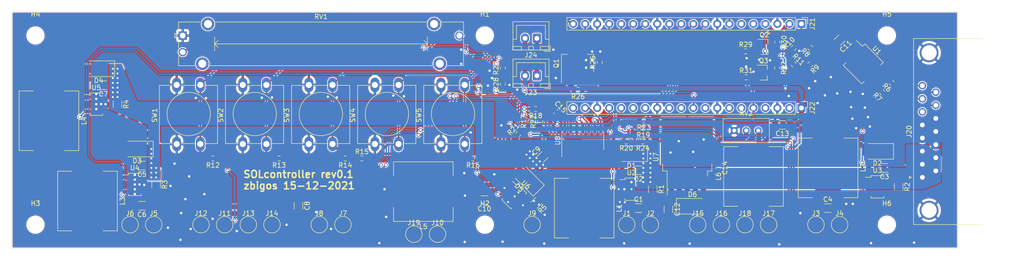
<source format=kicad_pcb>
(kicad_pcb (version 20201116) (generator pcbnew)
  (layers (0 "F.Cu" signal) (31 "B.Cu" signal) (34 "B.Paste" user) (35 "F.Paste" user) (36 "B.SilkS" user "B.Silkscreen") (37 "F.SilkS" user "F.Silkscreen") (38 "B.Mask" user) (39 "F.Mask" user) (44 "Edge.Cuts" user))
  (net 0 "")
  (net 1 "/CH1_VSUP")
  (net 2 "/CH2_VSUP")
  (net 3 "Net-(C14-Pad1)")
  (net 4 "/CH3_VSUP")
  (net 5 "Net-(D1-Pad2)")
  (net 6 "/CH4_VSUP")
  (net 7 "Net-(D6-Pad1)")
  (net 8 "/CH5_VSUP")
  (net 9 "Net-(RV1-Pad2)")
  (net 10 "/HRSTx")
  (net 11 "/TCHANNEL_1")
  (net 12 "/TCHANNEL_2")
  (net 13 "GND")
  (net 14 "no_connect_71")
  (net 15 "/TCHANNEL_3")
  (net 16 "/TCHANNEL_4")
  (net 17 "no_connect_72")
  (net 18 "/HRSRx")
  (net 19 "/POT")
  (net 20 "/CH1_SINK")
  (net 21 "/CH2_SINK")
  (net 22 "/CH3_SINK")
  (net 23 "/CH4_SINK")
  (net 24 "/CH5_SINK")
  (net 25 "no_connect_69")
  (net 26 "/B2")
  (net 27 "no_connect_70")
  (net 28 "Net-(J20-Pad15)")
  (net 29 "Net-(J20-Pad14)")
  (net 30 "Net-(R8-Pad1)")
  (net 31 "/B1")
  (net 32 "/RSTx")
  (net 33 "+5V")
  (net 34 "Net-(J20-Pad8)")
  (net 35 "Net-(J20-Pad7)")
  (net 36 "/RSRx")
  (net 37 "/B3")
  (net 38 "/B4")
  (net 39 "Net-(J21-Pad6)")
  (net 40 "Net-(J21-Pad5)")
  (net 41 "Net-(J21-Pad4)")
  (net 42 "/MOSI")
  (net 43 "/CLK")
  (net 44 "/nCS")
  (net 45 "/MISO")
  (net 46 "/LEDRAIL")
  (net 47 "Net-(D2-Pad2)")
  (net 48 "Net-(D3-Pad2)")
  (net 49 "Net-(D4-Pad2)")
  (net 50 "Net-(D5-Pad2)")
  (net 51 "Net-(J23-Pad1)")
  (net 52 "Net-(Q1-Pad1)")
  (net 53 "Net-(R10-Pad1)")
  (net 54 "/B5")
  (net 55 "Net-(R17-Pad1)")
  (net 56 "Net-(J22-Pad15)")
  (net 57 "Net-(J22-Pad14)")
  (net 58 "Net-(R18-Pad1)")
  (net 59 "Net-(J22-Pad12)")
  (net 60 "Net-(J22-Pad11)")
  (net 61 "Net-(R19-Pad1)")
  (net 62 "Net-(J22-Pad9)")
  (net 63 "Net-(J22-Pad7)")
  (net 64 "/3V3pico")
  (net 65 "Net-(R20-Pad1)")
  (net 66 "/FANCONTROL")
  (net 67 "/CH1_CONTROL")
  (net 68 "/CH2_CONTROL")
  (net 69 "/CH3_CONTROL")
  (net 70 "/CH4_CONTROL")
  (net 71 "/CH5_CONTROL")
  (net 72 "no_connect_73")
  (net 73 "Net-(U7-Pad5)")
  (net 74 "no_connect_74")
  (footprint "Inductor_SMD:L_12x12mm_H8mm" (layer "F.Cu") (at 51 120 -90)
    (fp_text reference "L3")
    (fp_text value "INDUCTOR")
  )
  (footprint "Capacitor_SMD:C_1206_3216Metric_Pad1.33x1.80mm_HandSolder" (layer "F.Cu") (at 134.9 119.8 180)
    (fp_text reference "C10")
    (fp_text value "C_Small")
  )
  (footprint "Capacitor_SMD:C_1206_3216Metric_Pad1.33x1.80mm_HandSolder" (layer "F.Cu") (at 219.5 113 180)
    (fp_text reference "C3")
    (fp_text value "C_Small")
  )
  (footprint "Capacitor_SMD:C_1206_3216Metric_Pad1.33x1.80mm_HandSolder" (layer "F.Cu") (at 173.8122 121.7676 -90)
    (fp_text reference "C12")
    (fp_text value "C_Small")
  )
  (footprint "Package_TO_SOT_SMD:SOT-89-5" (layer "F.Cu") (at 52.85 99.525)
    (fp_text reference "U5")
    (fp_text value "SCT2932F")
  )
  (footprint "Resistor_SMD:R_0603_1608Metric_Pad0.98x0.95mm_HandSolder" (layer "F.Cu") (at 145.7375 100.525 180)
    (fp_text reference "R18")
    (fp_text value "R_Small")
  )
  (footprint "TestPoint:TestPoint_Pad_D3.0mm" (layer "F.Cu") (at 165 125)
    (fp_text reference "J1")
    (fp_text value "Conn_01x01")
  )
  (footprint "Package_SO:SO-8_5.3x6.2mm_P1.27mm" (layer "F.Cu") (at 215 91 -45)
    (fp_text reference "U1")
    (fp_text value "MAX490E")
  )
  (footprint "Button_Switch_THT:SW_PUSH-12mm" (layer "F.Cu") (at 83.82 107.95 90)
    (fp_text reference "SW2")
    (fp_text value "SW_Push")
  )
  (footprint "Button_Switch_THT:SW_PUSH-12mm" (layer "F.Cu") (at 69.85 107.95 90)
    (fp_text reference "SW1")
    (fp_text value "SW_Push")
  )
  (footprint "TestPoint:TestPoint_Pad_D3.0mm" (layer "F.Cu") (at 105 125)
    (fp_text reference "J7")
    (fp_text value "Conn_01x01")
  )
  (footprint "Resistor_SMD:R_0603_1608Metric_Pad0.98x0.95mm_HandSolder" (layer "F.Cu") (at 203.8 87.6 135)
    (fp_text reference "R8")
    (fp_text value "R_Small")
  )
  (footprint "TestPoint:TestPoint_Pad_D3.0mm" (layer "F.Cu") (at 205 125)
    (fp_text reference "J3")
    (fp_text value "Conn_01x01")
  )
  (footprint "Resistor_SMD:R_0603_1608Metric_Pad0.98x0.95mm_HandSolder" (layer "F.Cu") (at 154.7 96.5 180)
    (fp_text reference "R26")
    (fp_text value "R_Small")
  )
  (footprint "Resistor_SMD:R_0603_1608Metric_Pad0.98x0.95mm_HandSolder" (layer "F.Cu") (at 146.675 103.225 90)
    (fp_text reference "R22")
    (fp_text value "R_Small")
  )
  (footprint "Inductor_SMD:L_12x12mm_H8mm" (layer "F.Cu") (at 42.85 103.025 -90)
    (fp_text reference "L4")
    (fp_text value "INDUCTOR")
  )
  (footprint "Diode_SMD:D_SMA" (layer "F.Cu") (at 53.35 92.025 180)
    (fp_text reference "D4")
    (fp_text value "D_Schottky")
  )
  (footprint "Button_Switch_THT:SW_PUSH-12mm" (layer "F.Cu") (at 97.79 107.95 90)
    (fp_text reference "SW3")
    (fp_text value "SW_Push")
  )
  (footprint "Connector_Dsub:DSUB-15_Male_Horizontal_P2.77x2.84mm_EdgePinOffset9.90mm_Housed_MountingHolesOffset11.32mm" (layer "F.Cu") (at 227.5 115 90)
    (fp_text reference "J20")
    (fp_text value "DB15_Male_MountingHoles")
  )
  (footprint "Resistor_SMD:R_0603_1608Metric_Pad0.98x0.95mm_HandSolder" (layer "F.Cu") (at 138.8 95.3 90)
    (fp_text reference "R28")
    (fp_text value "R_Small")
  )
  (footprint "Button_Switch_THT:SW_PUSH-12mm" (layer "F.Cu") (at 125.73 107.95 90)
    (fp_text reference "SW5")
    (fp_text value "SW_Push")
  )
  (footprint "Capacitor_SMD:C_1206_3216Metric_Pad1.33x1.80mm_HandSolder" (layer "F.Cu") (at 197.9 103.9 180)
    (fp_text reference "C13")
    (fp_text value "C_Small")
  )
  (footprint "Resistor_SMD:R_0603_1608Metric_Pad0.98x0.95mm_HandSolder" (layer "F.Cu") (at 196.85 86.4 -90)
    (fp_text reference "R30")
    (fp_text value "R_Small")
  )
  (footprint "Package_TO_SOT_SMD:TO-263-5_TabPin3" (layer "F.Cu") (at 177.8 110.7 90)
    (fp_text reference "U7")
    (fp_text value "LM2596S-ADJ")
  )
  (footprint "Resistor_SMD:R_0603_1608Metric_Pad0.98x0.95mm_HandSolder" (layer "F.Cu") (at 168.5 104.6 180)
    (fp_text reference "R19")
    (fp_text value "R_Small")
  )
  (footprint "Resistor_SMD:R_1206_3216Metric" (layer "F.Cu") (at 222.5 117 -90)
    (fp_text reference "R2")
    (fp_text value "R")
  )
  (footprint "TestPoint:TestPoint_Pad_D3.0mm" (layer "F.Cu") (at 85 125)
    (fp_text reference "J13")
    (fp_text value "Conn_01x01")
  )
  (footprint "Diode_SMD:D_SMA" (layer "F.Cu") (at 61.5 109 180)
    (fp_text reference "D3")
    (fp_text value "D_Schottky")
  )
  (footprint "TestPoint:TestPoint_Pad_D3.0mm" (layer "F.Cu") (at 185 125)
    (fp_text reference "J16")
    (fp_text value "Conn_01x01")
  )
  (footprint "Package_SO:SOIC-14_3.9x8.7mm_P1.27mm" (layer "F.Cu") (at 155.7 107.2 90)
    (fp_text reference "U8")
    (fp_text value "MCP3204")
  )
  (footprint "TestPoint:TestPoint_Pad_D3.0mm" (layer "F.Cu") (at 120 127)
    (fp_text reference "J19")
    (fp_text value "Conn_01x01")
  )
  (footprint "TestPoint:TestPoint_Pad_D3.0mm" (layer "F.Cu") (at 210 125)
    (fp_text reference "J4")
    (fp_text value "Conn_01x01")
  )
  (footprint "Capacitor_SMD:C_1206_3216Metric_Pad1.33x1.80mm_HandSolder" (layer "F.Cu") (at 95.6 121 -90)
    (fp_text reference "C8")
    (fp_text value "C_Small")
  )
  (footprint "TestPoint:TestPoint_Pad_D3.0mm" (layer "F.Cu") (at 60 125)
    (fp_text reference "J6")
    (fp_text value "Conn_01x01")
  )
  (footprint "Capacitor_SMD:C_1206_3216Metric_Pad1.33x1.80mm_HandSolder" (layer "F.Cu") (at 62.5 112.5 180)
    (fp_text reference "C5")
    (fp_text value "C_Small")
  )
  (footprint "Resistor_SMD:R_0603_1608Metric_Pad0.98x0.95mm_HandSolder" (layer "F.Cu") (at 190.15 88.35)
    (fp_text reference "R29")
    (fp_text value "R_Small")
  )
  (footprint "Resistor_SMD:R_0603_1608Metric" (layer "F.Cu") (at 221 95 135)
    (fp_text reference "R6")
    (fp_text value "R_Small")
  )
  (footprint "TestPoint:TestPoint_Pad_D3.0mm" (layer "F.Cu") (at 190 125)
    (fp_text reference "J18")
    (fp_text value "Conn_01x01")
  )
  (footprint "TestPoint:TestPoint_Pad_D3.0mm" (layer "F.Cu") (at 65 125)
    (fp_text reference "J5")
    (fp_text value "Conn_01x01")
  )
  (footprint "Resistor_SMD:R_0603_1608Metric_Pad0.98x0.95mm_HandSolder" (layer "F.Cu") (at 105.5 111 180)
    (fp_text reference "R14")
    (fp_text value "R_Small")
  )
  (footprint "Diode_SMD:D_SMA" (layer "F.Cu") (at 144 115.4 135)
    (fp_text reference "D5")
    (fp_text value "D_Schottky")
  )
  (footprint "TestPoint:TestPoint_Pad_D3.0mm" (layer "F.Cu") (at 75 125)
    (fp_text reference "J12")
    (fp_text value "Conn_01x01")
  )
  (footprint "Resistor_SMD:R_1206_3216Metric" (layer "F.Cu") (at 145.9 120.4 -135)
    (fp_text reference "R5")
    (fp_text value "R")
  )
  (footprint "Resistor_SMD:R_0603_1608Metric_Pad0.98x0.95mm_HandSolder" (layer "F.Cu") (at 200.3 87.6 45)
    (fp_text reference "R10")
    (fp_text value "R_Small")
  )
  (footprint "Diode_SMD:D_SMA" (layer "F.Cu") (at 166 110 180)
    (fp_text reference "D1")
    (fp_text value "D_Schottky")
  )
  (footprint "Resistor_SMD:R_1206_3216Metric" (layer "F.Cu") (at 57.35 99.525 -90)
    (fp_text reference "R4")
    (fp_text value "R")
  )
  (footprint "TestPoint:TestPoint_Pad_D3.0mm" (layer "F.Cu") (at 100 125)
    (fp_text reference "J8")
    (fp_text value "Conn_01x01")
  )
  (footprint "Connector_JST:JST_XH_B2B-XH-A_1x02_P2.50mm_Vertical" (layer "F.Cu") (at 146 93.5 180)
    (fp_text reference "J23")
    (fp_text value "Conn_01x02")
  )
  (footprint "MountingHole:MountingHole_3.5mm" (layer "F.Cu") (at 40 85)
    (fp_text reference "H4")
    (fp_text value "MountingHole")
  )
  (footprint "Potentiometer_THT:Potentiometer_Bourns_3296W_Vertical" (layer "F.Cu") (at 192.8 105.1)
    (fp_text reference "RV2")
    (fp_text value "R_POT")
  )
  (footprint "TestPoint:TestPoint_Pad_D3.0mm" (layer "F.Cu") (at 145 125)
    (fp_text reference "J9")
    (fp_text value "Conn_01x01")
  )
  (footprint "Package_TO_SOT_SMD:SOT-89-5" (layer "F.Cu") (at 141.210051 119.024264 -45)
    (fp_text reference "U6")
    (fp_text value "SCT2932F")
  )
  (footprint "MountingHole:MountingHole_3.5mm" (layer "F.Cu") (at 220 125)
    (fp_text reference "H6")
    (fp_text value "MountingHole")
  )
  (footprint "Capacitor_SMD:C_1206_3216Metric_Pad1.33x1.80mm_HandSolder" (layer "F.Cu") (at 167.5 113.5 180)
    (fp_text reference "C2")
    (fp_text value "C_Small")
  )
  (footprint "Package_TO_SOT_SMD:SOT-223-3_TabPin2" (layer "F.Cu") (at 154.6 90.9 90)
    (fp_text reference "Q1")
    (fp_text value "Q_NMOS_GDS")
  )
  (footprint "TestPoint:TestPoint_Pad_D3.0mm" (layer "F.Cu") (at 80 125)
    (fp_text reference "J11")
    (fp_text value "Conn_01x01")
  )
  (footprint "Resistor_SMD:R_0603_1608Metric" (layer "F.Cu") (at 219 97 135)
    (fp_text reference "R7")
    (fp_text value "R_Small")
  )
  (footprint "Inductor_SMD:L_12x12mm_H8mm" (layer "F.Cu") (at 191.8 114.8 90)
    (fp_text reference "L6")
    (fp_text value "INDUCTOR")
  )
  (footprint "Package_TO_SOT_SMD:SOT-89-5" (layer "F.Cu") (at 61 116.5)
    (fp_text reference "U4")
    (fp_text value "SCT2932F")
  )
  (footprint "MountingHole:MountingHole_3.5mm" (layer "F.Cu") (at 220 85)
    (fp_text reference "H5")
    (fp_text value "MountingHole")
  )
  (footprint "Diode_SMD:D_SMA" (layer "F.Cu") (at 178.9 121.1)
    (fp_text reference "D6")
    (fp_text value "D_Schottky")
  )
  (footprint "Resistor_SMD:R_1206_3216Metric" (layer "F.Cu") (at 170.5 117.5 -90)
    (fp_text reference "R1")
    (fp_text value "R")
  )
  (footprint "TestPoint:TestPoint_Pad_D3.0mm" (layer "F.Cu") (at 180 125)
    (fp_text reference "J15")
    (fp_text value "Conn_01x01")
  )
  (footprint "Capacitor_SMD:C_0603_1608Metric_Pad1.08x0.95mm_HandSolder" (layer "F.Cu") (at 184.3 113 -90)
    (fp_text reference "C14")
    (fp_text value "C_Small")
  )
  (footprint "Resistor_SMD:R_0603_1608Metric_Pad0.98x0.95mm_HandSolder" (layer "F.Cu") (at 164.9 107.4 180)
    (fp_text reference "R20")
    (fp_text value "R_Small")
  )
  (footprint "Resistor_SMD:R_0603_1608Metric_Pad0.98x0.95mm_HandSolder" (layer "F.Cu") (at 168.4 107.4 180)
    (fp_text reference "R24")
    (fp_text value "R_Small")
  )
  (footprint "Capacitor_SMD:C_1206_3216Metric_Pad1.33x1.80mm_HandSolder" (layer "F.Cu") (at 167.5 121.5)
    (fp_text reference "C1")
    (fp_text value "C_Small")
  )
  (footprint "MountingHole:MountingHole_3.5mm" (layer "F.Cu") (at 40 125)
    (fp_text reference "H3")
    (fp_text value "MountingHole")
  )
  (footprint "Inductor_SMD:L_12x12mm_H8mm" (layer "F.Cu") (at 156 121.5 -90)
    (fp_text reference "L1")
    (fp_text value "INDUCTOR")
  )
  (footprint "Capacitor_SMD:C_1206_3216Metric_Pad1.33x1.80mm_HandSolder" (layer "F.Cu") (at 147.2 110.7 45)
    (fp_text reference "C9")
    (fp_text value "C_Small")
  )
  (footprint "Resistor_SMD:R_0603_1608Metric_Pad0.98x0.95mm_HandSolder" (layer "F.Cu") (at 77.5 111 180)
    (fp_text reference "R12")
    (fp_text value "R_Small")
  )
  (footprint "Resistor_SMD:R_0603_1608Metric_Pad0.98x0.95mm_HandSolder" (layer "F.Cu") (at 196.8 91.85 -90)
    (fp_text reference "R32")
    (fp_text value "R_Small")
  )
  (footprint "Resistor_SMD:R_0603_1608Metric_Pad0.98x0.95mm_HandSolder" (layer "F.Cu") (at 109 111)
    (fp_text reference "R15")
    (fp_text value "R_Small")
  )
  (footprint "Package_TO_SOT_SMD:SOT-89-5" (layer "F.Cu") (at 218 117)
    (fp_text reference "U3")
    (fp_text value "SCT2932F")
  )
  (footprint "TestPoint:TestPoint_Pad_D3.0mm" (layer "F.Cu") (at 170 125)
    (fp_text reference "J2")
    (fp_text value "Conn_01x01")
  )
  (footprint "Resistor_SMD:R_0603_1608Metric_Pad0.98x0.95mm_HandSolder" (layer "F.Cu") (at 138.8 91.9 90)
    (fp_text reference "R27")
    (fp_text value "R_Small")
  )
  (footprint "Capacitor_SMD:C_0603_1608Metric_Pad1.08x0.95mm_HandSolder" (layer "F.Cu") (at 150 101.1 -45)
    (fp_text reference "C15")
    (fp_text value "C_Small")
  )
  (footprint "Connector_PinHeader_2.54mm:PinHeader_1x20_P2.54mm_Vertical" (layer "F.Cu") (at 201.93 100.33 -90)
    (fp_text reference "J22")
    (fp_text value "Conn_01x20")
  )
  (footprint "Button_Switch_THT:SW_PUSH-12mm" (layer "F.Cu") (at 111.76 107.95 90)
    (fp_text reference "SW4")
    (fp_text value "SW_Push")
  )
  (footprint "Resistor_SMD:R_0603_1608Metric_Pad0.98x0.95mm_HandSolder" (layer "F.Cu") (at 203.8 91.1 -135)
    (fp_text reference "R9")
    (fp_text value "R_Small")
  )
  (footprint "Connector_PinHeader_2.54mm:PinHeader_1x20_P2.54mm_Vertical" (layer "F.Cu") (at 201.93 82.55 -90)
    (fp_text reference "J21")
    (fp_text value "Conn_01x20")
  )
  (footprint "Resistor_SMD:R_1206_3216Metric" (layer "F.Cu") (at 65.5 116.5 -90)
    (fp_text reference "R3")
    (fp_text value "R")
  )
  (footprint "Resistor_SMD:R_0603_1608Metric_Pad0.98x0.95mm_HandSolder" (layer "F.Cu") (at 168.6 103 180)
    (fp_text reference "R23")
    (fp_text value "R_Small")
  )
  (footprint "Package_TO_SOT_SMD:SOT-89-5" (layer "F.Cu") (at 166 117.5)
    (fp_text reference "U2")
    (fp_text value "SCT2932F")
  )
  (footprint "Capacitor_SMD:C_1206_3216Metric_Pad1.33x1.80mm_HandSolder" (layer "F.Cu") (at 54.35 95.525 180)
    (fp_text reference "C7")
    (fp_text value "C_Small")
  )
  (footprint "Capacitor_SMD:C_1206_3216Metric_Pad1.33x1.80mm_HandSolder" (layer "F.Cu") (at 207.5 121.5)
    (fp_text reference "C4")
    (fp_text value "C_Small")
  )
  (footprint "Inductor_SMD:L_12x12mm_H8mm" (layer "F.Cu") (at 122 118 180)
    (fp_text reference "L5")
    (fp_text value "INDUCTOR")
  )
  (footprint "Resistor_SMD:R_0603_1608Metric_Pad0.98x0.95mm_HandSolder" (layer "F.Cu") (at 132.5 111 180)
    (fp_text reference "R16")
    (fp_text value "R_Small")
  )
  (footprint "Connector_JST:JST_XH_B2B-XH-A_1x02_P2.50mm_Vertical" (layer "F.Cu") (at 146 85.6 180)
    (fp_text reference "J24")
    (fp_text value "Conn_01x02")
  )
  (footprint "Potentiometer_THT:Potentiometer_Bourns_PTA4543_Single_Slide" (layer "F.Cu") (at 71.12 85.025)
    (fp_text reference "RV1")
    (fp_text value "R_POT")
  )
  (footprint "Resistor_SMD:R_0603_1608Metric_Pad0.98x0.95mm_HandSolder" (layer "F.Cu") (at 190.25 93.85)
    (fp_text reference "R31")
    (fp_text value "R_Small")
  )
  (footprint "Resistor_SMD:R_0603_1608Metric_Pad0.98x0.95mm_HandSolder" (layer "F.Cu") (at 144.65 103.175 90)
    (fp_text reference "R17")
    (fp_text value "R_Small")
  )
  (footprint "Diode_SMD:D_SMA" (layer "F.Cu") (at 218 109.5 180)
    (fp_text reference "D2")
    (fp_text value "D_Schottky")
  )
  (footprint "Resistor_SMD:R_0603_1608Metric_Pad0.98x0.95mm_HandSolder" (layer "F.Cu") (at 159.3 90.7 90)
    (fp_text reference "R25")
    (fp_text value "R_Small")
  )
  (footprint "Inductor_SMD:L_12x12mm_H8mm" (layer "F.Cu") (at 207.5625 113 -90)
    (fp_text reference "L2")
    (fp_text value "INDUCTOR")
  )
  (footprint "TestPoint:TestPoint_Pad_D3.0mm" (layer "F.Cu") (at 90 125)
    (fp_text reference "J14")
    (fp_text value "Conn_01x01")
  )
  (footprint "TestPoint:TestPoint_Pad_D3.0mm" (layer "F.Cu") (at 125 127)
    (fp_text reference "J10")
    (fp_text value "Conn_01x01")
  )
  (footprint "Package_TO_SOT_SMD:SOT-23" (layer "F.Cu") (at 193.95 92.85)
    (fp_text reference "Q3")
    (fp_text value "BSS138")
  )
  (footprint "TestPoint:TestPoint_Pad_D3.0mm" (layer "F.Cu") (at 195 125)
    (fp_text reference "J17")
    (fp_text value "Conn_01x01")
  )
  (footprint "Resistor_SMD:R_0603_1608Metric_Pad0.98x0.95mm_HandSolder" (layer "F.Cu") (at 200.3 91.1 -45)
    (fp_text reference "R11")
    (fp_text value "R_Small")
  )
  (footprint "MountingHole:MountingHole_3.5mm" (layer "F.Cu") (at 135 85)
    (fp_text reference "H1")
    (fp_text value "MountingHole")
  )
  (footprint "Capacitor_SMD:C_1206_3216Metric_Pad1.33x1.80mm_HandSolder" (layer "F.Cu") (at 62.5 121 180)
    (fp_text reference "C6")
    (fp_text value "C_Small")
  )
  (footprint "Capacitor_SMD:C_1206_3216Metric_Pad1.33x1.80mm_HandSolder" (layer "F.Cu") (at 210 86 -135)
    (fp_text reference "C11")
    (fp_text value "C_Small")
  )
  (footprint "Package_TO_SOT_SMD:SOT-23" (layer "F.Cu") (at 194.1 87.4)
    (fp_text reference "Q2")
    (fp_text value "BSS138")
  )
  (footprint "Resistor_SMD:R_0603_1608Metric_Pad0.98x0.95mm_HandSolder" (layer "F.Cu") (at 142.05 105.85 45)
    (fp_text reference "R21")
    (fp_text value "R_Small")
  )
  (footprint "MountingHole:MountingHole_3.5mm" (layer "F.Cu") (at 135 125)
    (fp_text reference "H2")
    (fp_text value "MountingHole")
  )
  (footprint "Resistor_SMD:R_0603_1608Metric_Pad0.98x0.95mm_HandSolder" (layer "F.Cu") (at 91.5 111 180)
    (fp_text reference "R13")
    (fp_text value "R_Small")
  )
  (gr_line (start 35 130) (end 35 80) (layer "Edge.Cuts") (width 0.1))
  (gr_line (start 35 80) (end 235 80) (layer "Edge.Cuts") (width 0.1))
  (gr_line (start 235 80) (end 235 130) (layer "Edge.Cuts") (width 0.1))
  (gr_line (start 235 130) (end 35 130) (layer "Edge.Cuts") (width 0.1))
  (gr_text "SOLcontroller rev0.1 \nzbigos 15-12-2021" (at 83.8 115.55) (layer "F.SilkS") (effects (font (size 1.5 1.5) (thickness 0.3)) (justify left)))
  (segment (start 167.85 119.5875) (end 165.9375 121.5) (width 1) (layer "F.Cu") (net 1))
  (segment (start 165 125) (end 165 122.4375) (width 1) (layer "F.Cu") (net 1))
  (segment (start 170.5 118.9625) (end 167.8875 118.9625) (width 1) (layer "F.Cu") (net 1))
  (segment (start 167.8875 118.9625) (end 167.85 119) (width 1) (layer "F.Cu") (net 1))
  (segment (start 165.9375 121.5) (end 165.951218 121.5) (width 1) (layer "F.Cu") (net 1))
  (segment (start 165 122.4375) (end 165.9375 121.5) (width 1) (layer "F.Cu") (net 1))
  (segment (start 167.85 119) (end 167.85 119.5875) (width 1) (layer "F.Cu") (net 1))
  (segment (start 216.175 122.175) (end 219.85 118.5) (width 1) (layer "F.Cu") (net 2))
  (segment (start 205 125) (end 205.996002 125.996002) (width 1) (layer "F.Cu") (net 2))
  (segment (start 213.475 122.175) (end 216.175 122.175) (width 1) (layer "F.Cu") (net 2))
  (segment (start 207.799999 125.996002) (end 207.799999 126.056001) (width 1) (layer "F.Cu") (net 2))
  (segment (start 205.996002 125.996002) (end 207.799999 125.996002) (width 1) (layer "F.Cu") (net 2))
  (segment (start 219.8875 118.4625) (end 219.85 118.5) (width 1) (layer "F.Cu") (net 2))
  (segment (start 212.6 125.75) (end 212.6 123.05) (width 1) (layer "F.Cu") (net 2))
  (segment (start 222.5 118.4625) (end 219.8875 118.4625) (width 1) (layer "F.Cu") (net 2))
  (segment (start 212.6 123.05) (end 213.475 122.175) (width 1) (layer "F.Cu") (net 2))
  (segment (start 208.943999 127.200001) (end 211.149999 127.200001) (width 1) (layer "F.Cu") (net 2))
  (segment (start 211.149999 127.200001) (end 212.325 126.025) (width 1) (layer "F.Cu") (net 2))
  (segment (start 205 125) (end 205 122.4375) (width 2) (layer "F.Cu") (net 2))
  (segment (start 212.325 126.025) (end 212.6 125.75) (width 1) (layer "F.Cu") (net 2))
  (segment (start 205 122.4375) (end 205.9375 121.5) (width 2) (layer "F.Cu") (net 2))
  (segment (start 207.799999 126.056001) (end 208.943999 127.200001) (width 1) (layer "F.Cu") (net 2))
  (segment (start 184.8 106.9) (end 189.610034 106.9) (width 1) (layer "F.Cu") (net 3))
  (segment (start 183.014966 113.2) (end 184.2 112.014966) (width 1) (layer "F.Cu") (net 3))
  (segment (start 189.610034 106.9) (end 190.070034 106.44) (width 1) (layer "F.Cu") (net 3))
  (segment (start 184.3 107.4) (end 184.8 106.9) (width 1) (layer "F.Cu") (net 3))
  (segment (start 179.5 113.7) (end 180 113.2) (width 1) (layer "F.Cu") (net 3))
  (segment (start 184.3 112.1375) (end 184.3 107.4) (width 1) (layer "F.Cu") (net 3))
  (segment (start 179.5 116.475) (end 179.5 113.7) (width 1) (layer "F.Cu") (net 3))
  (segment (start 190.26 106.250034) (end 190.070034 106.44) (width 1) (layer "F.Cu") (net 3))
  (segment (start 180 113.2) (end 183.014966 113.2) (width 1) (layer "F.Cu") (net 3))
  (segment (start 190.26 105.1) (end 190.26 106.250034) (width 1) (layer "F.Cu") (net 3))
  (segment (start 64.0625 121) (end 64.0625 119.2125) (width 1) (layer "F.Cu") (net 4))
  (segment (start 64.0625 119.2125) (end 64.25 119.2125) (width 1) (layer "F.Cu") (net 4))
  (segment (start 65 125) (end 64.0625 124.0625) (width 1) (layer "F.Cu") (net 4))
  (segment (start 62.8875 117.9625) (end 62.85 118) (width 1) (layer "F.Cu") (net 4))
  (segment (start 64.25 119.2125) (end 65.5 117.9625) (width 1) (layer "F.Cu") (net 4))
  (segment (start 64.0625 121) (end 64.0625 124.0625) (width 1) (layer "F.Cu") (net 4))
  (segment (start 64.0625 119.2125) (end 62.85 118) (width 1) (layer "F.Cu") (net 4))
  (segment (start 64.0625 123.0625) (end 64.0625 119.2125) (width 1) (layer "F.Cu") (net 4))
  (segment (start 64.0625 124.0625) (end 64.0625 123.0625) (width 1) (layer "F.Cu") (net 4))
  (segment (start 65.5 117.9625) (end 62.8875 117.9625) (width 1) (layer "F.Cu") (net 4))
  (segment (start 164 110) (end 164 115.85) (width 1) (layer "F.Cu") (net 5))
  (segment (start 156.55 116) (end 164.15 116) (width 1) (layer "F.Cu") (net 5))
  (segment (start 164 115.85) (end 164.15 116) (width 1) (layer "F.Cu") (net 5))
  (segment (start 156 116.55) (end 156.55 116) (width 1) (layer "F.Cu") (net 5))
  (segment (start 67.325 112.95) (end 67.325 113) (width 1) (layer "F.Cu") (net 6))
  (segment (start 57.3125 101.025) (end 57.35 100.9875) (width 1) (layer "F.Cu") (net 6))
  (segment (start 75.52499 121.19999) (end 76.47501 121.19999) (width 1) (layer "F.Cu") (net 6))
  (segment (start 66.3 108.45) (end 66.3 111.925) (width 1) (layer "F.Cu") (net 6))
  (segment (start 67.325 113) (end 75.52499 121.19999) (width 1) (layer "F.Cu") (net 6))
  (segment (start 54.7 101.025) (end 57.3125 101.025) (width 1) (layer "F.Cu") (net 6))
  (segment (start 76.47501 121.19999) (end 97.82499 121.19999) (width 1) (layer "F.Cu") (net 6))
  (segment (start 66.3 111.925) (end 67.325 112.95) (width 1) (layer "F.Cu") (net 6))
  (segment (start 97.82499 121.19999) (end 101.19999 121.19999) (width 1) (layer "F.Cu") (net 6))
  (segment (start 104.9 124.9) (end 105 125) (width 2) (layer "F.Cu") (net 6))
  (segment (start 96.0625 119.4375) (end 97.82499 121.19999) (width 1) (layer "F.Cu") (net 6))
  (segment (start 58.8375 100.9875) (end 66.3 108.45) (width 1) (layer "F.Cu") (net 6))
  (segment (start 101.19999 121.19999) (end 105 125) (width 1) (layer "F.Cu") (net 6))
  (segment (start 95.6 119.4375) (end 96.0625 119.4375) (width 1) (layer "F.Cu") (net 6))
  (segment (start 57.35 100.9875) (end 58.8375 100.9875) (width 1) (layer "F.Cu") (net 6))
  (segment (start 191.549999 119.499999) (end 176.300001 119.499999) (width 1) (layer "F.Cu") (net 7))
  (segment (start 176.1 119.7) (end 176.1 116.475) (width 1) (layer "F.Cu") (net 7))
  (segment (start 177.0398 120.7564) (end 176.7398 121.0564) (width 1) (layer "F.Cu") (net 7))
  (segment (start 190.579399 119.456399) (end 191.7954 120.6724) (width 1) (layer "F.Cu") (net 7))
  (segment (start 191.8 119.75) (end 191.549999 119.499999) (width 1) (layer "F.Cu") (net 7))
  (segment (start 176.300001 119.499999) (end 176.1 119.7) (width 1) (layer "F.Cu") (net 7))
  (segment (start 176.1 120.4166) (end 176.1 119.7) (width 1) (layer "F.Cu") (net 7))
  (segment (start 176.7398 121.0564) (end 176.1 120.4166) (width 1) (layer "F.Cu") (net 7))
  (segment (start 136.4625 119.8) (end 136.675 119.8) (width 1) (layer "F.Cu") (net 8))
  (segment (start 143.075 123.225) (end 144.865856 121.434144) (width 1) (layer "F.Cu") (net 8))
  (segment (start 140.1 123.225) (end 143.075 123.225) (width 1) (layer "F.Cu") (net 8))
  (segment (start 141.457538 121.457538) (end 145 125) (width 1) (layer "F.Cu") (net 8))
  (segment (start 142 121.935534) (end 141.457538 121.393072) (width 1) (layer "F.Cu") (net 8))
  (segment (start 141.457538 121.393072) (end 141.457538 121.457538) (width 1) (layer "F.Cu") (net 8))
  (segment (start 136.675 119.8) (end 140.1 123.225) (width 1) (layer "F.Cu") (net 8))
  (segment (start 145 125) (end 144.3 125) (width 2) (layer "F.Cu") (net 8))
  (segment (start 121.6 88.05) (end 122.075 87.575) (width 0.3) (layer "F.Cu") (net 9))
  (segment (start 71.595 88.05) (end 71.12 88.525) (width 0.3) (layer "F.Cu") (net 9))
  (segment (start 121.6 88.05) (end 71.595 88.05) (width 0.3) (layer "F.Cu") (net 9))
  (segment (start 138.8 90.7) (end 137.95 89.85) (width 0.3) (layer "F.Cu") (net 9))
  (segment (start 138.8 90.9875) (end 138.8 90.7) (width 0.3) (layer "F.Cu") (net 9))
  (via (at 137.95 89.85) (size 0.8) (drill 0.5) (layers "F.Cu" "B.Cu") (net 9))
  (via (at 122.075 87.575) (size 0.8) (drill 0.5) (layers "F.Cu" "B.Cu") (net 9))
  (segment (start 133 89) (end 131.65 87.65) (width 0.3) (layer "B.Cu") (net 9))
  (segment (start 137.95 89.85) (end 136.2 89.85) (width 0.3) (layer "B.Cu") (net 9))
  (segment (start 131.175001 87.175001) (end 131.65 87.65) (width 0.3) (layer "B.Cu") (net 9))
  (segment (start 136.2 89.85) (end 135.35 89) (width 0.3) (layer "B.Cu") (net 9))
  (segment (start 122.474999 87.175001) (end 131.175001 87.175001) (width 0.3) (layer "B.Cu") (net 9))
  (segment (start 122.075 87.575) (end 122.474999 87.175001) (width 0.3) (layer "B.Cu") (net 9))
  (segment (start 135.35 89) (end 133 89) (width 0.3) (layer "B.Cu") (net 9))
  (segment (start 203.154765 86.954765) (end 201.995235 86.954765) (width 0.3) (layer "F.Cu") (net 10))
  (segment (start 197.8 88.35) (end 198.25 88.35) (width 0.3) (layer "F.Cu") (net 10))
  (segment (start 196.85 87.4) (end 197.8 88.35) (width 0.3) (layer "F.Cu") (net 10))
  (segment (start 196.7625 87.4) (end 196.85 87.3125) (width 0.3) (layer "F.Cu") (net 10))
  (segment (start 195.1 87.4) (end 196.7625 87.4) (width 0.3) (layer "F.Cu") (net 10))
  (segment (start 201.995235 86.954765) (end 200.945235 86.954765) (width 0.3) (layer "F.Cu") (net 10))
  (segment (start 198.25 88.35) (end 199.645235 86.954765) (width 0.3) (layer "F.Cu") (net 10))
  (segment (start 196.85 87.3125) (end 196.85 87.4) (width 0.3) (layer "F.Cu") (net 10))
  (segment (start 199.645235 86.954765) (end 200.945235 86.954765) (width 0.3) (layer "F.Cu") (net 10))
  (segment (start 121.540685 106.025) (end 128.85 98.715685) (width 0.3) (layer "F.Cu") (net 11))
  (segment (start 75 125) (end 77.350011 127.350011) (width 0.3) (layer "F.Cu") (net 11))
  (segment (start 77.350011 127.350011) (end 109.907109 127.350011) (width 0.3) (layer "F.Cu") (net 11))
  (segment (start 120.975 106.025) (end 121.540685 106.025) (width 0.3) (layer "F.Cu") (net 11))
  (segment (start 112.00001 125.25711) (end 112.00001 114.42499) (width 0.3) (layer "F.Cu") (net 11))
  (segment (start 144.65 102.2625) (end 143.8375 102.2625) (width 0.3) (layer "F.Cu") (net 11))
  (segment (start 143.8375 102.2625) (end 143.275 101.7) (width 0.3) (layer "F.Cu") (net 11))
  (segment (start 109.907109 127.350011) (end 112.00001 125.25711) (width 0.3) (layer "F.Cu") (net 11))
  (segment (start 112.00001 114.42499) (end 114.075 112.35) (width 0.3) (layer "F.Cu") (net 11))
  (segment (start 128.85 98.715685) (end 128.85 97.825) (width 0.3) (layer "F.Cu") (net 11))
  (via (at 114.075 112.35) (size 0.8) (drill 0.5) (layers "F.Cu" "B.Cu") (net 11))
  (via (at 128.85 97.825) (size 0.8) (drill 0.5) (layers "F.Cu" "B.Cu") (net 11))
  (via (at 143.275 101.7) (size 0.8) (drill 0.5) (layers "F.Cu" "B.Cu") (net 11))
  (via (at 120.975 106.025) (size 0.8) (drill 0.5) (layers "F.Cu" "B.Cu") (net 11))
  (segment (start 114.075 111.28212) (end 114.67501 110.68211) (width 0.3) (layer "B.Cu") (net 11))
  (segment (start 139.825001 98.250001) (end 143.275 101.7) (width 0.3) (layer "B.Cu") (net 11))
  (segment (start 114.67501 107.6) (end 114.67501 106.27499) (width 0.3) (layer "B.Cu") (net 11))
  (segment (start 114.075 112.35) (end 114.075 111.28212) (width 0.3) (layer "B.Cu") (net 11))
  (segment (start 114.67501 106.27499) (end 115.5 105.45) (width 0.3) (layer "B.Cu") (net 11))
  (segment (start 128.85 97.825) (end 129.275001 98.250001) (width 0.3) (layer "B.Cu") (net 11))
  (segment (start 129.275001 98.250001) (end 139.825001 98.250001) (width 0.3) (layer "B.Cu") (net 11))
  (segment (start 115.5 105.45) (end 120.4 105.45) (width 0.3) (layer "B.Cu") (net 11))
  (segment (start 120.4 105.45) (end 120.975 106.025) (width 0.3) (layer "B.Cu") (net 11))
  (segment (start 114.67501 110.68211) (end 114.67501 107.6) (width 0.3) (layer "B.Cu") (net 11))
  (segment (start 111.5 114.575) (end 111.5 113.864339) (width 0.3) (layer "F.Cu") (net 12))
  (segment (start 121.425 104.975) (end 121.883565 104.975) (width 0.3) (layer "F.Cu") (net 12))
  (segment (start 128.05 98.808565) (end 128.05 98.175) (width 0.3) (layer "F.Cu") (net 12))
  (segment (start 109.699999 126.850001) (end 111.5 125.05) (width 0.3) (layer "F.Cu") (net 12))
  (segment (start 111.5 113.864339) (end 113.044668 112.319671) (width 0.3) (layer "F.Cu") (net 12))
  (segment (start 85 125) (end 86.850001 126.850001) (width 0.3) (layer "F.Cu") (net 12))
  (segment (start 128.05 98.175) (end 127.675 97.8) (width 0.3) (layer "F.Cu") (net 12))
  (segment (start 121.883565 104.975) (end 128.05 98.808565) (width 0.3) (layer "F.Cu") (net 12))
  (segment (start 144.825 100.525) (end 143.35 100.525) (width 0.3) (layer "F.Cu") (net 12))
  (segment (start 86.850001 126.850001) (end 106.824999 126.850001) (width 0.3) (layer "F.Cu") (net 12))
  (segment (start 111.5 125.05) (end 111.5 114.575) (width 0.3) (layer "F.Cu") (net 12))
  (segment (start 106.824999 126.850001) (end 109.699999 126.850001) (width 0.3) (layer "F.Cu") (net 12))
  (via (at 121.425 104.975) (size 0.8) (drill 0.5) (layers "F.Cu" "B.Cu") (net 12))
  (via (at 113.044668 112.319671) (size 0.8) (drill 0.5) (layers "F.Cu" "B.Cu") (net 12))
  (via (at 127.675 97.8) (size 0.8) (drill 0.5) (layers "F.Cu" "B.Cu") (net 12))
  (via (at 143.35 100.525) (size 0.8) (drill 0.5) (layers "F.Cu" "B.Cu") (net 12))
  (segment (start 142.80712 100.525) (end 143.35 100.525) (width 0.3) (layer "B.Cu") (net 12))
  (segment (start 115.25 104.95) (end 121.4 104.95) (width 0.3) (layer "B.Cu") (net 12))
  (segment (start 113.044668 111.605332) (end 114.175 110.475) (width 0.3) (layer "B.Cu") (net 12))
  (segment (start 127.675 97.8) (end 128.400001 97.074999) (width 0.3) (layer "B.Cu") (net 12))
  (segment (start 114.175 107.45) (end 114.175 106.025) (width 0.3) (layer "B.Cu") (net 12))
  (segment (start 114.175 110.475) (end 114.175 107.45) (width 0.3) (layer "B.Cu") (net 12))
  (segment (start 113.044668 112.319671) (end 113.044668 111.605332) (width 0.3) (layer "B.Cu") (net 12))
  (segment (start 129.324999 97.074999) (end 130.000001 97.750001) (width 0.3) (layer "B.Cu") (net 12))
  (segment (start 130.000001 97.750001) (end 140.032121 97.750001) (width 0.3) (layer "B.Cu") (net 12))
  (segment (start 114.175 106.025) (end 115.25 104.95) (width 0.3) (layer "B.Cu") (net 12))
  (segment (start 128.400001 97.074999) (end 129.324999 97.074999) (width 0.3) (layer "B.Cu") (net 12))
  (segment (start 121.4 104.95) (end 121.425 104.975) (width 0.3) (layer "B.Cu") (net 12))
  (segment (start 140.032121 97.750001) (end 142.80712 100.525) (width 0.3) (layer "B.Cu") (net 12))
  (segment (start 61 112.5625) (end 60.9375 112.5) (width 1) (layer "F.Cu") (net 13))
  (segment (start 52.85 99.525) (end 52.85 98.4) (width 1) (layer "F.Cu") (net 13))
  (segment (start 230.375 102.5) (end 233 102.5) (width 2) (layer "F.Cu") (net 13))
  (segment (start 52.85 97.375) (end 52.85 95.5875) (width 1) (layer "F.Cu") (net 13))
  (segment (start 227.5 103.92) (end 226.58 103) (width 2) (layer "F.Cu") (net 13))
  (segment (start 52.85 95.5875) (end 52.7875 95.525) (width 1) (layer "F.Cu") (net 13))
  (segment (start 61 116.5) (end 61 115.475) (width 1) (layer "F.Cu") (net 13))
  (segment (start 230.34 102.535) (end 230.34 108.075) (width 2) (layer "F.Cu") (net 13))
  (segment (start 227.5 103.92) (end 226.08 103.92) (width 2) (layer "F.Cu") (net 13))
  (segment (start 227.5 106.69) (end 221.19 106.69) (width 2) (layer "F.Cu") (net 13))
  (segment (start 230.34 108.075) (end 230.415 108) (width 2) (layer "F.Cu") (net 13))
  (segment (start 52.85 97.375) (end 53.30001 96.92499) (width 1) (layer "F.Cu") (net 13))
  (segment (start 52.85 98.4) (end 52.85 97.375) (width 1) (layer "F.Cu") (net 13))
  (segment (start 208.895146 87.104854) (end 208.895146 87.589223) (width 0.5) (layer "F.Cu") (net 13))
  (segment (start 208.895146 87.589223) (end 211.178088 89.872165) (width 0.5) (layer "F.Cu") (net 13))
  (segment (start 53.30001 93.214956) (end 53.30001 90.95) (width 1) (layer "F.Cu") (net 13))
  (segment (start 230.535 105.5) (end 233.5 105.5) (width 2) (layer "F.Cu") (net 13))
  (segment (start 61 114.475) (end 61 112.5625) (width 1) (layer "F.Cu") (net 13))
  (segment (start 230.34 102.535) (end 230.375 102.5) (width 2) (layer "F.Cu") (net 13))
  (segment (start 227.5 106.69) (end 227.5 103.92) (width 2) (layer "F.Cu") (net 13))
  (segment (start 53.30001 96.92499) (end 53.30001 93.214956) (width 1) (layer "F.Cu") (net 13))
  (segment (start 226.58 103) (end 221 103) (width 2) (layer "F.Cu") (net 13))
  (segment (start 61 115.475) (end 61 114.475) (width 1) (layer "F.Cu") (net 13))
  (segment (start 230.415 108) (end 233 108) (width 2) (layer "F.Cu") (net 13))
  (segment (start 230.34 108.075) (end 230.34 106.76) (width 2) (layer "F.Cu") (net 13))
  (segment (start 226.08 103.92) (end 225 105) (width 2) (layer "F.Cu") (net 13))
  (segment (start 230.34 105.305) (end 230.535 105.5) (width 2) (layer "F.Cu") (net 13))
  (segment (start 230.34 106.76) (end 227.5 103.92) (width 2) (layer "F.Cu") (net 13))
  (via (at 191.8 92.65) (size 0.8) (drill 0.5) (layers "F.Cu" "B.Cu") (net 13))
  (via (at 147.55 129) (size 0.8) (drill 0.5) (layers "F.Cu" "B.Cu") (net 13))
  (via (at 209.5 97.25) (size 0.8) (drill 0.5) (layers "F.Cu" "B.Cu") (net 13))
  (via (at 150 94) (size 0.8) (drill 0.5) (layers "F.Cu" "B.Cu") (net 13))
  (via (at 77.45 123.75) (size 0.8) (drill 0.5) (layers "F.Cu" "B.Cu") (net 13))
  (via (at 90 98.1) (size 0.8) (drill 0.5) (layers "F.Cu" "B.Cu") (net 13))
  (via (at 157.7 88.4) (size 0.8) (drill 0.5) (layers "F.Cu" "B.Cu") (net 13))
  (via (at 176 107.35) (size 0.8) (drill 0.5) (layers "F.Cu" "B.Cu") (net 13))
  (via (at 193 90.1) (size 0.8) (drill 0.5) (layers "F.Cu" "B.Cu") (net 13))
  (via (at 137 114.35) (size 0.8) (drill 0.5) (layers "F.Cu" "B.Cu") (net 13))
  (via (at 190.25 91.55) (size 0.8) (drill 0.5) (layers "F.Cu" "B.Cu") (net 13))
  (via (at 201.5 88.25) (size 0.8) (drill 0.5) (layers "F.Cu" "B.Cu") (net 13))
  (via (at 203.55 96.15) (size 0.8) (drill 0.5) (layers "F.Cu" "B.Cu") (net 13))
  (via (at 54.8 99.525) (size 0.8) (drill 0.5) (layers "F.Cu" "B.Cu") (net 13))
  (via (at 149.5 88) (size 0.8) (drill 0.5) (layers "F.Cu" "B.Cu") (net 13))
  (via (at 141.85 96.45) (size 0.8) (drill 0.5) (layers "F.Cu" "B.Cu") (net 13))
  (via (at 166 116) (size 0.8) (drill 0.5) (layers "F.Cu" "B.Cu") (net 13))
  (via (at 138.75 128.6) (size 0.8) (drill 0.5) (layers "F.Cu" "B.Cu") (net 13))
  (via (at 156.4 91.8) (size 0.8) (drill 0.5) (layers "F.Cu" "B.Cu") (net 13))
  (via (at 139.15 117.25) (size 0.8) (drill 0.4) (layers "F.Cu" "B.Cu") (net 13))
  (via (at 71.7 119.6) (size 0.8) (drill 0.5) (layers "F.Cu" "B.Cu") (net 13))
  (via (at 73.9 98.2) (size 0.8) (drill 0.5) (layers "F.Cu" "B.Cu") (net 13))
  (via (at 103.7 98.1) (size 0.8) (drill 0.5) (layers "F.Cu" "B.Cu") (net 13))
  (via (at 53.875 99.5) (size 0.8) (drill 0.5) (layers "F.Cu" "B.Cu") (net 13))
  (via (at 201.7 122.55) (size 0.8) (drill 0.5) (layers "F.Cu" "B.Cu") (net 13))
  (via (at 163.3 117.5) (size 0.8) (drill 0.4) (layers "F.Cu" "B.Cu") (net 13))
  (via (at 163.55 120.2) (size 0.8) (drill 0.4) (layers "F.Cu" "B.Cu") (net 13))
  (via (at 159.4 88.4) (size 0.8) (drill 0.5) (layers "F.Cu" "B.Cu") (net 13))
  (via (at 214.9 97.35) (size 0.8) (drill 0.5) (layers "F.Cu" "B.Cu") (net 13))
  (via (at 114.15 123.35) (size 0.8) (drill 0.5) (layers "F.Cu" "B.Cu") (net 13))
  (via (at 212.8 120.6) (size 0.8) (drill 0.5) (layers "F.Cu" "B.Cu") (net 13))
  (via (at 52.85 97.375) (size 0.8) (drill 0.5) (layers "F.Cu" "B.Cu") (net 13))
  (via (at 136.5 94) (size 0.8) (drill 0.5) (layers "F.Cu" "B.Cu") (net 13))
  (via (at 213.5 104.6) (size 0.8) (drill 0.5) (layers "F.Cu" "B.Cu") (net 13))
  (via (at 163.45 121.35) (size 0.8) (drill 0.4) (layers "F.Cu" "B.Cu") (net 13))
  (via (at 215.35 100.25) (size 0.8) (drill 0.5) (layers "F.Cu" "B.Cu") (net 13))
  (via (at 140.2 95.45) (size 0.8) (drill 0.5) (layers "F.Cu" "B.Cu") (net 13))
  (via (at 216.4 104.25) (size 0.8) (drill 0.5) (layers "F.Cu" "B.Cu") (net 13))
  (via (at 61 116.5) (size 0.8) (drill 0.5) (layers "F.Cu" "B.Cu") (net 13))
  (via (at 130.65 114.1) (size 0.8) (drill 0.5) (layers "F.Cu" "B.Cu") (net 13))
  (via (at 132 105.5) (size 0.8) (drill 0.5) (layers "F.Cu" "B.Cu") (net 13))
  (via (at 143.05 120.9) (size 0.8) (drill 0.4) (layers "F.Cu" "B.Cu") (net 13))
  (via (at 70.8 122.55) (size 0.8) (drill 0.5) (layers "F.Cu" "B.Cu") (net 13))
  (via (at 112.7 128.9) (size 0.8) (drill 0.5) (layers "F.Cu" "B.Cu") (net 13))
  (via (at 197.25 129.15) (size 0.8) (drill 0.5) (layers "F.Cu" "B.Cu") (net 13))
  (via (at 61 115.475) (size 0.8) (drill 0.5) (layers "F.Cu" "B.Cu") (net 13))
  (via (at 99.35 122.35) (size 0.8) (drill 0.5) (layers "F.Cu" "B.Cu") (net 13))
  (via (at 208.15 93.8) (size 0.8) (drill 0.5) (layers "F.Cu" "B.Cu") (net 13))
  (via (at 164.45 128.95) (size 0.8) (drill 0.5) (layers "F.Cu" "B.Cu") (net 13))
  (via (at 117.9 97.85) (size 0.8) (drill 0.5) (layers "F.Cu" "B.Cu") (net 13))
  (via (at 76.05 98.25) (size 0.8) (drill 0.5) (layers "F.Cu" "B.Cu") (net 13))
  (via (at 130.8 118.85) (size 0.8) (drill 0.5) (layers "F.Cu" "B.Cu") (net 13))
  (via (at 145.4 120) (size 0.8) (drill 0.4) (layers "F.Cu" "B.Cu") (net 13))
  (via (at 135.65 95.6) (size 0.8) (drill 0.5) (layers "F.Cu" "B.Cu") (net 13))
  (via (at 139.9 120.2) (size 0.8) (drill 0.4) (layers "F.Cu" "B.Cu") (net 13))
  (via (at 70.65 128.2) (size 0.8) (drill 0.5) (layers "F.Cu" "B.Cu") (net 13))
  (via (at 216.65 128.9) (size 0.8) (drill 0.5) (layers "F.Cu" "B.Cu") (net 13))
  (via (at 174.25 109.75) (size 0.8) (drill 0.5) (layers "F.Cu" "B.Cu") (net 13))
  (via (at 212.7 102.6) (size 0.8) (drill 0.5) (layers "F.Cu" "B.Cu") (net 13))
  (via (at 82.55 126.35) (size 0.8) (drill 0.5) (layers "F.Cu" "B.Cu") (net 13))
  (via (at 87.85 98.15) (size 0.8) (drill 0.5) (layers "F.Cu" "B.Cu") (net 13))
  (via (at 72.5 114.8) (size 0.8) (drill 0.5) (layers "F.Cu" "B.Cu") (net 13))
  (via (at 136 92.45) (size 0.8) (drill 0.5) (layers "F.Cu" "B.Cu") (net 13))
  (via (at 130 91) (size 0.8) (drill 0.5) (layers "F.Cu" "B.Cu") (net 13))
  (via (at 62 116.5) (size 0.8) (drill 0.5) (layers "F.Cu" "B.Cu") (net 13))
  (via (at 156.4 90.2) (size 0.8) (drill 0.5) (layers "F.Cu" "B.Cu") (net 13))
  (via (at 178.3 129) (size 0.8) (drill 0.5) (layers "F.Cu" "B.Cu") (net 13))
  (via (at 138.5 104) (size 0.8) (drill 0.5) (layers "F.Cu" "B.Cu") (net 13))
  (via (at 115.65 97.7) (size 0.8) (drill 0.5) (layers "F.Cu" "B.Cu") (net 13))
  (via (at 52.85 99.525) (size 0.8) (drill 0.5) (layers "F.Cu" "B.Cu") (net 13))
  (via (at 179.05 109.6) (size 0.8) (drill 0.5) (layers "F.Cu" "B.Cu") (net 13))
  (via (at 157.7 90.2) (size 0.8) (drill 0.5) (layers "F.Cu" "B.Cu") (net 13))
  (via (at 204.85 94.65) (size 0.8) (drill 0.5) (layers "F.Cu" "B.Cu") (net 13))
  (via (at 199.25 97.8) (size 0.8) (drill 0.5) (layers "F.Cu" "B.Cu") (net 13))
  (via (at 166 117.5) (size 0.8) (drill 0.4) (layers "F.Cu" "B.Cu") (net 13))
  (via (at 225.75 128.8) (size 0.8) (drill 0.5) (layers "F.Cu" "B.Cu") (net 13))
  (via (at 61 114.475) (size 0.8) (drill 0.5) (layers "F.Cu" "B.Cu") (net 13))
  (via (at 68.55 116.8) (size 0.8) (drill 0.5) (layers "F.Cu" "B.Cu") (net 13))
  (via (at 164.5 117.5) (size 0.8) (drill 0.5) (layers "F.Cu" "B.Cu") (net 13))
  (via (at 63 116.6) (size 0.8) (drill 0.5) (layers "F.Cu" "B.Cu") (net 13))
  (via (at 212.45 100.15) (size 0.8) (drill 0.5) (layers "F.Cu" "B.Cu") (net 13))
  (via (at 93.075 125.025) (size 0.8) (drill 0.5) (layers "F.Cu" "B.Cu") (net 13))
  (via (at 206.9 97.65) (size 0.8) (drill 0.5) (layers "F.Cu" "B.Cu") (net 13))
  (via (at 130 88) (size 0.8) (drill 0.5) (layers "F.Cu" "B.Cu") (net 13))
  (via (at 146.4 120.75) (size 0.8) (drill 0.4) (layers "F.Cu" "B.Cu") (net 13))
  (via (at 75.7 118.55) (size 0.8) (drill 0.5) (layers "F.Cu" "B.Cu") (net 13))
  (via (at 52.85 98.4) (size 0.8) (drill 0.5) (layers "F.Cu" "B.Cu") (net 13))
  (via (at 211.4 120.6) (size 0.8) (drill 0.5) (layers "F.Cu" "B.Cu") (net 13))
  (via (at 190.35 89.8) (size 0.8) (drill 0.5) (layers "F.Cu" "B.Cu") (net 13))
  (via (at 102.5 125.9) (size 0.8) (drill 0.5) (layers "F.Cu" "B.Cu") (net 13))
  (via (at 157.7 91.8) (size 0.8) (drill 0.5) (layers "F.Cu" "B.Cu") (net 13))
  (via (at 205.35 99.3) (size 0.8) (drill 0.5) (layers "F.Cu" "B.Cu") (net 13))
  (via (at 216 102.25) (size 0.8) (drill 0.5) (layers "F.Cu" "B.Cu") (net 13))
  (via (at 52.85 100.55) (size 0.8) (drill 0.5) (layers "F.Cu" "B.Cu") (net 13))
  (via (at 68 125.65) (size 0.8) (drill 0.5) (layers "F.Cu" "B.Cu") (net 13))
  (via (at 101.8 97.95) (size 0.8) (drill 0.5) (layers "F.Cu" "B.Cu") (net 13))
  (via (at 212.3 96.9) (size 0.8) (drill 0.5) (layers "F.Cu" "B.Cu") (net 13))
  (via (at 195.3 90.25) (size 0.8) (drill 0.5) (layers "F.Cu" "B.Cu") (net 13))
  (via (at 61 118.525) (size 0.8) (drill 0.5) (layers "F.Cu" "B.Cu") (net 13))
  (via (at 113.8 117.5) (size 0.8) (drill 0.5) (layers "F.Cu" "B.Cu") (net 13))
  (via (at 72.8 125.9) (size 0.8) (drill 0.5) (layers "F.Cu" "B.Cu") (net 13))
  (via (at 181.25 107) (size 0.8) (drill 0.5) (layers "F.Cu" "B.Cu") (net 13))
  (via (at 69.4 112.1) (size 0.8) (drill 0.5) (layers "F.Cu" "B.Cu") (net 13))
  (via (at 142.1 118.2) (size 0.8) (drill 0.4) (layers "F.Cu" "B.Cu") (net 13))
  (via (at 61 117.525) (size 0.8) (drill 0.5) (layers "F.Cu" "B.Cu") (net 13))
  (via (at 147.65 122.9) (size 0.8) (drill 0.5) (layers "F.Cu" "B.Cu") (net 13))
  (via (at 141.3 119) (size 0.8) (drill 0.4) (layers "F.Cu" "B.Cu") (net 13))
  (via (at 130.75 128.65) (size 0.8) (drill 0.5) (layers "F.Cu" "B.Cu") (net 13))
  (via (at 164.6 120.25) (size 0.8) (drill 0.4) (layers "F.Cu" "B.Cu") (net 13))
  (segment (start 228.955 106.69) (end 227.5 106.69) (width 2) (layer "B.Cu") (net 13))
  (segment (start 227.5 103.92) (end 227.5 103.65) (width 2) (layer "B.Cu") (net 13))
  (segment (start 227.5 103.92) (end 229.145002 103.92) (width 2) (layer "B.Cu") (net 13))
  (segment (start 230.34 102.535) (end 230.34 101.94) (width 2) (layer "B.Cu") (net 13))
  (segment (start 230.34 105.305) (end 230.295 105.35) (width 2) (layer "B.Cu") (net 13))
  (segment (start 230.34 102.535) (end 230.34 105.305) (width 2) (layer "B.Cu") (net 13))
  (segment (start 230.34 105.305) (end 230.435 105.4) (width 2) (layer "B.Cu") (net 13))
  (segment (start 227.5 106.69) (end 222.01 106.69) (width 2) (layer "B.Cu") (net 13))
  (segment (start 227.64 106.55) (end 233.25 106.55) (width 2) (layer "B.Cu") (net 13))
  (segment (start 227.5 103.92) (end 228.08 103.92) (width 2) (layer "B.Cu") (net 13))
  (segment (start 230.435 105.4) (end 232.8 105.4) (width 2) (layer "B.Cu") (net 13))
  (segment (start 229.145002 103.92) (end 232.715002 100.35) (width 2) (layer "B.Cu") (net 13))
  (segment (start 230.295 105.35) (end 221.75 105.35) (width 2) (layer "B.Cu") (net 13))
  (segment (start 227.5 103.65) (end 227.000001 103.150001) (width 2) (layer "B.Cu") (net 13))
  (segment (start 230.34 108.075) (end 228.955 106.69) (width 2) (layer "B.Cu") (net 13))
  (segment (start 230.34 101.94) (end 230.2 101.8) (width 2) (layer "B.Cu") (net 13))
  (segment (start 227.5 103.92) (end 227.48 103.9) (width 2) (layer "B.Cu") (net 13))
  (segment (start 228.08 103.92) (end 230.2 101.8) (width 2) (layer "B.Cu") (net 13))
  (segment (start 227.5 106.69) (end 227.64 106.55) (width 2) (layer "B.Cu") (net 13))
  (segment (start 227.48 103.9) (end 222 103.9) (width 2) (layer "B.Cu") (net 13))
  (segment (start 184.2 124.2) (end 185 125) (width 0.5) (layer "F.Cu") (net 15))
  (segment (start 166.9 104.6) (end 167.5875 104.6) (width 0.5) (layer "F.Cu") (net 15))
  (segment (start 198.837001 123.149999) (end 199.778 122.209) (width 0.3) (layer "F.Cu") (net 15))
  (segment (start 166.049999 103.749999) (end 166.9 104.6) (width 0.5) (layer "F.Cu") (net 15))
  (segment (start 199.778 107.977) (end 199.547 107.746) (width 0.3) (layer "F.Cu") (net 15))
  (segment (start 185 125) (end 186.850001 123.149999) (width 0.3) (layer "F.Cu") (net 15))
  (segment (start 199.778 122.209) (end 199.778 107.977) (width 0.3) (layer "F.Cu") (net 15))
  (segment (start 164.650001 103.749999) (end 166.049999 103.749999) (width 0.5) (layer "F.Cu") (net 15))
  (segment (start 186.850001 123.149999) (end 198.837001 123.149999) (width 0.3) (layer "F.Cu") (net 15))
  (segment (start 163.7 104.7) (end 164.650001 103.749999) (width 0.5) (layer "F.Cu") (net 15))
  (via (at 199.547 107.746) (size 0.8) (drill 0.5) (layers "F.Cu" "B.Cu") (net 15))
  (via (at 163.7 104.7) (size 0.8) (drill 0.5) (layers "F.Cu" "B.Cu") (net 15))
  (segment (start 184.84701 107.30801) (end 199.10901 107.30801) (width 0.3) (layer "B.Cu") (net 15))
  (segment (start 163.7 104.7) (end 164.350001 105.350001) (width 0.3) (layer "B.Cu") (net 15))
  (segment (start 166.282999 105.350001) (end 166.53299 105.10001) (width 0.3) (layer "B.Cu") (net 15))
  (segment (start 182.63901 105.10001) (end 184.84701 107.30801) (width 0.3) (layer "B.Cu") (net 15))
  (segment (start 164.350001 105.350001) (end 166.282999 105.350001) (width 0.3) (layer "B.Cu") (net 15))
  (segment (start 199.10901 107.30801) (end 199.547 107.746) (width 0.3) (layer "B.Cu") (net 15))
  (segment (start 166.53299 105.10001) (end 182.63901 105.10001) (width 0.3) (layer "B.Cu") (net 15))
  (segment (start 200.314 122.384) (end 200.314 107.006) (width 0.3) (layer "F.Cu") (net 16))
  (segment (start 165.3875 106) (end 165.3875 104.6125) (width 0.5) (layer "F.Cu") (net 16))
  (segment (start 165.3875 104.6125) (end 165.4 104.6) (width 0.5) (layer "F.Cu") (net 16))
  (segment (start 197.698 125) (end 200.314 122.384) (width 0.3) (layer "F.Cu") (net 16))
  (segment (start 200.314 107.006) (end 200.116 106.808) (width 0.3) (layer "F.Cu") (net 16))
  (segment (start 163.9875 107.4) (end 165.3875 106) (width 0.5) (layer "F.Cu") (net 16))
  (segment (start 195 125) (end 197.698 125) (width 0.3) (layer "F.Cu") (net 16))
  (via (at 165.4 104.6) (size 0.8) (drill 0.5) (layers "F.Cu" "B.Cu") (net 16))
  (via (at 200.116 106.808) (size 0.8) (drill 0.5) (layers "F.Cu" "B.Cu") (net 16))
  (segment (start 182.872 104.6) (end 185.08 106.808) (width 0.3) (layer "B.Cu") (net 16))
  (segment (start 185.08 106.808) (end 200.116 106.808) (width 0.3) (layer "B.Cu") (net 16))
  (segment (start 165.4 104.6) (end 182.872 104.6) (width 0.3) (layer "B.Cu") (net 16))
  (segment (start 199.745235 91.745235) (end 200.945235 91.745235) (width 0.3) (layer "F.Cu") (net 18))
  (segment (start 196.8 92.3) (end 198 91.1) (width 0.3) (layer "F.Cu") (net 18))
  (segment (start 202.154765 91.745235) (end 203.445235 91.745235) (width 0.3) (layer "F.Cu") (net 18))
  (segment (start 196.7125 92.85) (end 196.8 92.7625) (width 0.3) (layer "F.Cu") (net 18))
  (segment (start 198 91.1) (end 199.1 91.1) (width 0.3) (layer "F.Cu") (net 18))
  (segment (start 196.8 92.7625) (end 196.8 92.3) (width 0.3) (layer "F.Cu") (net 18))
  (segment (start 203.445235 91.745235) (end 203.154765 91.745235) (width 0.3) (layer "F.Cu") (net 18))
  (segment (start 200.945235 91.745235) (end 202.154765 91.745235) (width 0.3) (layer "F.Cu") (net 18))
  (segment (start 199.1 91.1) (end 199.745235 91.745235) (width 0.3) (layer "F.Cu") (net 18))
  (segment (start 194.95 92.85) (end 196.7125 92.85) (width 0.3) (layer "F.Cu") (net 18))
  (segment (start 179.15 100.25) (end 179.07 100.33) (width 0.3) (layer "F.Cu") (net 19))
  (segment (start 138.8 94.3875) (end 141.7375 94.3875) (width 0.3) (layer "F.Cu") (net 19))
  (segment (start 143.397182 96.047182) (end 143.397182 96.552818) (width 0.3) (layer "F.Cu") (net 19))
  (segment (start 141.7375 94.3875) (end 143.397182 96.047182) (width 0.3) (layer "F.Cu") (net 19))
  (segment (start 179.15 97.55) (end 179.15 100.25) (width 0.3) (layer "F.Cu") (net 19))
  (segment (start 138.8 94.3875) (end 138.8 92.8125) (width 0.3) (layer "F.Cu") (net 19))
  (via (at 143.397182 96.552818) (size 0.8) (drill 0.5) (layers "F.Cu" "B.Cu") (net 19))
  (via (at 179.15 97.55) (size 0.8) (drill 0.5) (layers "F.Cu" "B.Cu") (net 19))
  (segment (start 143.894364 97.05) (end 178.65 97.05) (width 0.3) (layer "B.Cu") (net 19))
  (segment (start 143.397182 96.552818) (end 143.894364 97.05) (width 0.3) (layer "B.Cu") (net 19))
  (segment (start 178.65 97.05) (end 179.15 97.55) (width 0.3) (layer "B.Cu") (net 19))
  (segment (start 169.274999 127.200001) (end 170 126.475) (width 1) (layer "F.Cu") (net 20))
  (segment (start 170 125) (end 170 122.4375) (width 1) (layer "F.Cu") (net 20))
  (segment (start 170 122.4375) (end 169.0625 121.5) (width 1) (layer "F.Cu") (net 20))
  (segment (start 170 126.475) (end 170 125) (width 1) (layer "F.Cu") (net 20))
  (segment (start 156.750001 127.200001) (end 169.274999 127.200001) (width 1) (layer "F.Cu") (net 20))
  (segment (start 156 126.45) (end 156.750001 127.200001) (width 1) (layer "F.Cu") (net 20))
  (segment (start 209.0625 121.5) (end 209.0625 119.45) (width 2) (layer "F.Cu") (net 21))
  (segment (start 210 122.4375) (end 209.0625 121.5) (width 2) (layer "F.Cu") (net 21))
  (segment (start 210 125) (end 210 122.4375) (width 2) (layer "F.Cu") (net 21))
  (segment (start 209.0625 119.45) (end 207.5625 117.95) (width 2) (layer "F.Cu") (net 21))
  (segment (start 60.9375 122.7625) (end 60.9375 121) (width 1) (layer "F.Cu") (net 22))
  (segment (start 59.95 124.95) (end 60 125) (width 1) (layer "F.Cu") (net 22))
  (segment (start 60 125) (end 60.9375 124.0625) (width 1) (layer "F.Cu") (net 22))
  (segment (start 51 124.95) (end 59.95 124.95) (width 1) (layer "F.Cu") (net 22))
  (segment (start 60.9375 124.0625) (end 60.9375 122.7625) (width 1) (layer "F.Cu") (net 22))
  (segment (start 37.95 128.15) (end 37.049999 127.249999) (width 1) (layer "F.Cu") (net 23))
  (segment (start 37.049999 110.250001) (end 39.325 107.975) (width 1) (layer "F.Cu") (net 23))
  (segment (start 39.325 107.975) (end 42.85 107.975) (width 1) (layer "F.Cu") (net 23))
  (segment (start 73.353999 122.649999) (end 67.853998 128.15) (width 1) (layer "F.Cu") (net 23))
  (segment (start 37.049999 127.249999) (end 37.049999 110.250001) (width 1) (layer "F.Cu") (net 23))
  (segment (start 67.853998 128.15) (end 37.95 128.15) (width 1) (layer "F.Cu") (net 23))
  (segment (start 97.649999 122.649999) (end 73.353999 122.649999) (width 1) (layer "F.Cu") (net 23))
  (segment (start 100 125) (end 97.649999 122.649999) (width 1) (layer "F.Cu") (net 23))
  (segment (start 117.05 118) (end 117.05 123.525) (width 1) (layer "F.Cu") (net 24))
  (segment (start 124.075 124.2) (end 125 125.125) (width 1) (layer "F.Cu") (net 24))
  (segment (start 117.725 124.2) (end 124.075 124.2) (width 1) (layer "F.Cu") (net 24))
  (segment (start 130 125.4) (end 130 123.1375) (width 1) (layer "F.Cu") (net 24))
  (segment (start 125 127) (end 128.4 127) (width 1) (layer "F.Cu") (net 24))
  (segment (start 130 123.1375) (end 133.3375 119.8) (width 1) (layer "F.Cu") (net 24))
  (segment (start 125 125.125) (end 125 127) (width 1) (layer "F.Cu") (net 24))
  (segment (start 117.05 123.525) (end 117.725 124.2) (width 1) (layer "F.Cu") (net 24))
  (segment (start 128.4 127) (end 130 125.4) (width 1) (layer "F.Cu") (net 24))
  (segment (start 88.82 107.95) (end 88.82 95.45) (width 0.3) (layer "F.Cu") (net 26))
  (segment (start 156.21 84.29) (end 156.21 82.55) (width 0.3) (layer "F.Cu") (net 26))
  (segment (start 88.82 110.32) (end 89.5 111) (width 0.5) (layer "F.Cu") (net 26))
  (segment (start 141.20002 82.69998) (end 149.29998 82.69998) (width 0.3) (layer "F.Cu") (net 26))
  (segment (start 155.6 84.9) (end 156.21 84.29) (width 0.3) (layer "F.Cu") (net 26))
  (segment (start 149.29998 82.69998) (end 151.5 84.9) (width 0.3) (layer "F.Cu") (net 26))
  (segment (start 89.5 111) (end 90.5875 111) (width 0.5) (layer "F.Cu") (net 26))
  (segment (start 88.82 107.95) (end 88.82 110.32) (width 0.5) (layer "F.Cu") (net 26))
  (segment (start 91.97 92.3) (end 94.995001 89.274999) (width 0.3) (layer "F.Cu") (net 26))
  (segment (start 94.995001 89.274999) (end 134.625001 89.274999) (width 0.3) (layer "F.Cu") (net 26))
  (segment (start 134.625001 89.274999) (end 141.20002 82.69998) (width 0.3) (layer "F.Cu") (net 26))
  (segment (start 88.82 95.45) (end 91.97 92.3) (width 0.3) (layer "F.Cu") (net 26))
  (segment (start 151.5 84.9) (end 155.6 84.9) (width 0.3) (layer "F.Cu") (net 26))
  (segment (start 221.15 96.016726) (end 221.086881 96.079845) (width 0.25) (layer "F.Cu") (net 28))
  (segment (start 217.923887 93.025861) (end 217.923887 93.062006) (width 0.25) (layer "F.Cu") (net 28))
  (segment (start 220.941726 96.079845) (end 221.086881 96.079845) (width 0.25) (layer "F.Cu") (net 28))
  (segment (start 230.34 96.995) (end 226.995 96.995) (width 0.3) (layer "F.Cu") (net 28))
  (segment (start 221.583363 95.583363) (end 221.15 96.016726) (width 0.25) (layer "F.Cu") (net 28))
  (segment (start 217.923887 93.062006) (end 220.941726 96.079845) (width 0.25) (layer "F.Cu") (net 28))
  (segment (start 226.995 96.995) (end 226.15 96.15) (width 0.3) (layer "F.Cu") (net 28))
  (segment (start 222.15 96.15) (end 221.583363 95.583363) (width 0.3) (layer "F.Cu") (net 28))
  (segment (start 226.15 96.15) (end 222.15 96.15) (width 0.3) (layer "F.Cu") (net 28))
  (segment (start 219.583363 97.583363) (end 218.416621 97.583363) (width 0.3) (layer "F.Cu") (net 29))
  (segment (start 216.127835 94.821912) (end 216.127835 95.277835) (width 0.25) (layer "F.Cu") (net 29))
  (segment (start 216.127835 95.294577) (end 216.127835 94.821912) (width 0.3) (layer "F.Cu") (net 29))
  (segment (start 225.75501 98.85501) (end 220.85501 98.85501) (width 0.3) (layer "F.Cu") (net 29))
  (segment (start 220.85501 98.85501) (end 219.583363 97.583363) (width 0.3) (layer "F.Cu") (net 29))
  (segment (start 218.416621 97.583363) (end 216.127835 95.294577) (width 0.3) (layer "F.Cu") (net 29))
  (segment (start 226.665 99.765) (end 225.75501 98.85501) (width 0.3) (layer "F.Cu") (net 29))
  (segment (start 230.34 99.765) (end 226.665 99.765) (width 0.3) (layer "F.Cu") (net 29))
  (segment (start 230.080001 99.505001) (end 230.34 99.765) (width 0.25) (layer "F.Cu") (net 29))
  (segment (start 209.2 92.2) (end 209.3 92.3) (width 0.3) (layer "F.Cu") (net 30))
  (segment (start 214.1 89.201974) (end 212.974139 88.076113) (width 0.5) (layer "F.Cu") (net 30))
  (segment (start 204.445235 89.345235) (end 206.345235 89.345235) (width 0.3) (layer "F.Cu") (net 30))
  (segment (start 204.445235 90.454765) (end 204.445235 88.245235) (width 0.3) (layer "F.Cu") (net 30))
  (segment (start 209.3 92.3) (end 211.4 92.3) (width 0.3) (layer "F.Cu") (net 30))
  (segment (start 214.1 89.6) (end 214.1 89.201974) (width 0.3) (layer "F.Cu") (net 30))
  (segment (start 206.345235 89.345235) (end 209.2 92.2) (width 0.3) (layer "F.Cu") (net 30))
  (segment (start 211.4 92.3) (end 214.1 89.6) (width 0.3) (layer "F.Cu") (net 30))
  (segment (start 122.2 88.7) (end 128.8 82.1) (width 0.3) (layer "F.Cu") (net 31))
  (segment (start 74.85 107.95) (end 74.85 95.45) (width 0.3) (layer "F.Cu") (net 31))
  (segment (start 74.85 107.95) (end 74.85 109.85) (width 0.5) (layer "F.Cu") (net 31))
  (segment (start 128.8 82.1) (end 153.22 82.1) (width 0.3) (layer "F.Cu") (net 31))
  (segment (start 76 111) (end 76.5875 111) (width 0.5) (layer "F.Cu") (net 31))
  (segment (start 153.22 82.1) (end 153.67 82.55) (width 0.3) (layer "F.Cu") (net 31))
  (segment (start 81.6 88.7) (end 122.2 88.7) (width 0.3) (layer "F.Cu") (net 31))
  (segment (start 74.85 95.45) (end 81.6 88.7) (width 0.3) (layer "F.Cu") (net 31))
  (segment (start 74.85 109.85) (end 76 111) (width 0.5) (layer "F.Cu") (net 31))
  (segment (start 191.0625 88.35) (end 193.1 88.35) (width 0.3) (layer "F.Cu") (net 32))
  (segment (start 201.3 84.25) (end 201.93 83.62) (width 0.3) (layer "F.Cu") (net 32))
  (segment (start 193.1 88.35) (end 194 87.45) (width 0.3) (layer "F.Cu") (net 32))
  (segment (start 194 85.2) (end 194.95 84.25) (width 0.3) (layer "F.Cu") (net 32))
  (segment (start 194 87.45) (end 194 85.2) (width 0.3) (layer "F.Cu") (net 32))
  (segment (start 202.1 82.72) (end 201.93 82.55) (width 0.5) (layer "F.Cu") (net 32))
  (segment (start 194.95 84.25) (end 201.3 84.25) (width 0.3) (layer "F.Cu") (net 32))
  (segment (start 201.93 83.62) (end 201.93 82.55) (width 0.3) (layer "F.Cu") (net 32))
  (segment (start 191.8 109.85) (end 195.65 106) (width 1) (layer "F.Cu") (net 33))
  (segment (start 198.7 106) (end 199.4625 105.2375) (width 1) (layer "F.Cu") (net 33))
  (segment (start 199.4625 105.2375) (end 199.4625 103.9) (width 1) (layer "F.Cu") (net 33))
  (segment (start 186.6 108.8) (end 190.75 108.8) (width 1) (layer "F.Cu") (net 33))
  (segment (start 198.55 96.15) (end 198.55 92.044669) (width 0.3) (layer "F.Cu") (net 33))
  (segment (start 201.93 103.0478) (end 201.93 100.33) (width 1) (layer "F.Cu") (net 33))
  (segment (start 192.9 105.2) (end 192.8 105.1) (width 1) (layer "F.Cu") (net 33))
  (segment (start 201.93 100.33) (end 206.56 95.7) (width 1) (layer "F.Cu") (net 33))
  (segment (start 196.8625 85.5) (end 196.85 85.4875) (width 0.3) (layer "F.Cu") (net 33))
  (segment (start 196.85 85.4875) (end 198.025 86.6625) (width 0.3) (layer "F.Cu") (net 33))
  (segment (start 215.5 89.6) (end 215.5 88.805923) (width 1) (layer "F.Cu") (net 33))
  (segment (start 192.9 108.75) (end 192.9 105.2) (width 1) (layer "F.Cu") (net 33))
  (segment (start 211.589223 84.895146) (end 213.872165 87.178088) (width 1) (layer "F.Cu") (net 33))
  (segment (start 185.8 112.837499) (end 185.8 109.6) (width 1) (layer "F.Cu") (net 33))
  (segment (start 209.4 95.7) (end 214.55 90.55) (width 1) (layer "F.Cu") (net 33))
  (segment (start 214.55 90.55) (end 215.5 89.6) (width 1) (layer "F.Cu") (net 33))
  (segment (start 211.104854 84.895146) (end 211.589223 84.895146) (width 1) (layer "F.Cu") (net 33))
  (segment (start 190.75 108.8) (end 191.8 109.85) (width 1) (layer "F.Cu") (net 33))
  (segment (start 206.56 95.7) (end 209.4 95.7) (width 1) (layer "F.Cu") (net 33))
  (segment (start 196.8 90.9375) (end 196.8 90.15) (width 0.3) (layer "F.Cu") (net 33))
  (segment (start 191.5125 109.5625) (end 191.8 109.85) (width 1) (layer "F.Cu") (net 33))
  (segment (start 201.0778 103.9) (end 201.4982 103.4796) (width 1) (layer "F.Cu") (net 33))
  (segment (start 184.774999 113.8625) (end 185.8 112.837499) (width 1) (layer "F.Cu") (net 33))
  (segment (start 215.5 88.805923) (end 213.872165 87.178088) (width 1) (layer "F.Cu") (net 33))
  (segment (start 199.4625 103.9) (end 201.0778 103.9) (width 1) (layer "F.Cu") (net 33))
  (segment (start 196.8 90.15) (end 197.65 89.3) (width 0.3) (layer "F.Cu") (net 33))
  (segment (start 195.65 106) (end 198.7 106) (width 1) (layer "F.Cu") (net 33))
  (segment (start 184.3 113.8625) (end 184.774999 113.8625) (width 1) (layer "F.Cu") (net 33))
  (segment (start 185.8 109.6) (end 186.6 108.8) (width 1) (layer "F.Cu") (net 33))
  (segment (start 198.025 86.6625) (end 198.025 87.514338) (width 0.3) (layer "F.Cu") (net 33))
  (segment (start 198.55 92.044669) (end 198.355331 91.85) (width 0.3) (layer "F.Cu") (net 33))
  (segment (start 201.4982 103.4796) (end 201.93 103.0478) (width 1) (layer "F.Cu") (net 33))
  (segment (start 191.8 109.85) (end 192.9 108.75) (width 1) (layer "F.Cu") (net 33))
  (segment (start 143.5 93.5) (end 143.5 85.6) (width 1) (layer "F.Cu") (net 33))
  (via (at 198.025 87.514338) (size 0.8) (drill 0.5) (layers "F.Cu" "B.Cu") (net 33))
  (via (at 198.55 96.15) (size 0.8) (drill 0.5) (layers "F.Cu" "B.Cu") (net 33))
  (via (at 198.355331 91.85) (size 0.8) (drill 0.5) (layers "F.Cu" "B.Cu") (net 33))
  (via (at 197.65 89.3) (size 0.8) (drill 0.5) (layers "F.Cu" "B.Cu") (net 33))
  (segment (start 198.355331 91.85) (end 198.355331 90.005331) (width 0.3) (layer "B.Cu") (net 33))
  (segment (start 143.5 93.5) (end 143.5 95.1) (width 1) (layer "B.Cu") (net 33))
  (segment (start 198.025 88.925) (end 197.65 89.3) (width 0.3) (layer "B.Cu") (net 33))
  (segment (start 143.5 95.1) (end 144.6 96.2) (width 1) (layer "B.Cu") (net 33))
  (segment (start 201.3 96.2) (end 201.93 96.83) (width 1) (layer "B.Cu") (net 33))
  (segment (start 201.93 96.83) (end 201.93 100.33) (width 1) (layer "B.Cu") (net 33))
  (segment (start 198.025 87.514338) (end 198.025 88.925) (width 0.3) (layer "B.Cu") (net 33))
  (segment (start 144.6 96.2) (end 201.3 96.2) (width 1) (layer "B.Cu") (net 33))
  (segment (start 198.355331 90.005331) (end 197.65 89.3) (width 0.3) (layer "B.Cu") (net 33))
  (segment (start 222.76 95.61) (end 227.5 95.61) (width 0.25) (layer "F.Cu") (net 34))
  (segment (start 221.1 93.95) (end 222.76 95.61) (width 0.25) (layer "F.Cu") (net 34))
  (segment (start 219.277835 92.127835) (end 221.1 93.95) (width 0.25) (layer "F.Cu") (net 34))
  (segment (start 220.883274 93.95) (end 221.1 93.95) (width 0.25) (layer "F.Cu") (net 34))
  (segment (start 220.416637 94.416637) (end 220.883274 93.95) (width 0.25) (layer "F.Cu") (net 34))
  (segment (start 218.821912 92.127835) (end 219.277835 92.127835) (width 0.25) (layer "F.Cu") (net 34))
  (segment (start 217.025861 93.923887) (end 217.098887 93.923887) (width 0.25) (layer "F.Cu") (net 35))
  (segment (start 221.555 98.38) (end 227.5 98.38) (width 0.25) (layer "F.Cu") (net 35))
  (segment (start 218.416637 96.416637) (end 218.925 95.908274) (width 0.25) (layer "F.Cu") (net 35))
  (segment (start 217.098887 93.923887) (end 218.925 95.75) (width 0.25) (layer "F.Cu") (net 35))
  (segment (start 218.925 95.75) (end 221.555 98.38) (width 0.25) (layer "F.Cu") (net 35))
  (segment (start 194.15 88.360662) (end 194.255331 88.255331) (width 0.3) (layer "F.Cu") (net 36))
  (segment (start 192.9 93.85) (end 192.95 93.8) (width 0.3) (layer "F.Cu") (net 36))
  (segment (start 194.15 92.199999) (end 194.15 89.8) (width 0.3) (layer "F.Cu") (net 36))
  (segment (start 192.95 93.399999) (end 194.15 92.199999) (width 0.3) (layer "F.Cu") (net 36))
  (segment (start 192.95 93.8) (end 192.95 93.399999) (width 0.3) (layer "F.Cu") (net 36))
  (segment (start 191.1625 93.85) (end 192.9 93.85) (width 0.3) (layer "F.Cu") (net 36))
  (segment (start 194.15 89.8) (end 194.15 88.360662) (width 0.3) (layer "F.Cu") (net 36))
  (via (at 194.255331 88.255331) (size 0.8) (drill 0.5) (layers "F.Cu" "B.Cu") (net 36))
  (segment (start 194.255331 85.044669) (end 195.35 83.95) (width 0.3) (layer "B.Cu") (net 36))
  (segment (start 194.255331 88.255331) (end 194.255331 85.044669) (width 0.3) (layer "B.Cu") (net 36))
  (segment (start 195.35 83.95) (end 197.99 83.95) (width 0.3) (layer "B.Cu") (net 36))
  (segment (start 197.99 83.95) (end 199.39 82.55) (width 0.3) (layer "B.Cu") (net 36))
  (segment (start 141.50001 83.19999) (end 149.01423 83.19999) (width 0.3) (layer "F.Cu") (net 37))
  (segment (start 121.8 93) (end 131.7 93) (width 0.3) (layer "F.Cu") (net 37))
  (segment (start 149.01423 83.19999) (end 151.21424 85.4) (width 0.3) (layer "F.Cu") (net 37))
  (segment (start 104.5875 109.7475) (end 102.79 107.95) (width 0.5) (layer "F.Cu") (net 37))
  (segment (start 161.29 84.61) (end 161.29 82.55) (width 0.3) (layer "F.Cu") (net 37))
  (segment (start 102.79 95.45) (end 105.24 93) (width 0.3) (layer "F.Cu") (net 37))
  (segment (start 104.5875 111) (end 104.5875 109.7475) (width 0.5) (layer "F.Cu") (net 37))
  (segment (start 160.5 85.4) (end 161.29 84.61) (width 0.3) (layer "F.Cu") (net 37))
  (segment (start 131.7 93) (end 141.50001 83.19999) (width 0.3) (layer "F.Cu") (net 37))
  (segment (start 151.21424 85.4) (end 160.5 85.4) (width 0.3) (layer "F.Cu") (net 37))
  (segment (start 102.79 107.95) (end 102.79 95.45) (width 0.3) (layer "F.Cu") (net 37))
  (segment (start 105.24 93) (end 121.8 93) (width 0.3) (layer "F.Cu") (net 37))
  (segment (start 109.9125 111) (end 111.5 111) (width 0.5) (layer "F.Cu") (net 38))
  (segment (start 151.00712 85.9) (end 162.2 85.9) (width 0.3) (layer "F.Cu") (net 38))
  (segment (start 116.76 95.45) (end 118.63401 93.57599) (width 0.3) (layer "F.Cu") (net 38))
  (segment (start 141.77288 83.7) (end 148.6 83.7) (width 0.3) (layer "F.Cu") (net 38))
  (segment (start 163.83 84.27) (end 163.83 82.55) (width 0.3) (layer "F.Cu") (net 38))
  (segment (start 111.5 111) (end 114.55 107.95) (width 0.5) (layer "F.Cu") (net 38))
  (segment (start 131.89689 93.57599) (end 141.77288 83.7) (width 0.3) (layer "F.Cu") (net 38))
  (segment (start 118.63401 93.57599) (end 131.89689 93.57599) (width 0.3) (layer "F.Cu") (net 38))
  (segment (start 114.55 107.95) (end 116.76 107.95) (width 0.5) (layer "F.Cu") (net 38))
  (segment (start 116.76 107.95) (end 116.76 95.45) (width 0.3) (layer "F.Cu") (net 38))
  (segment (start 162.2 85.9) (end 163.83 84.27) (width 0.3) (layer "F.Cu") (net 38))
  (segment (start 148.80712 83.7) (end 151.00712 85.9) (width 0.3) (layer "F.Cu") (net 38))
  (segment (start 148.6 83.7) (end 148.80712 83.7) (width 0.3) (layer "F.Cu") (net 38))
  (segment (start 158.24 102.89) (end 158.2 102.85) (width 0.3) (layer "F.Cu") (net 42))
  (segment (start 158.24 104.725) (end 158.24 102.89) (width 0.3) (layer "F.Cu") (net 42))
  (via (at 158.2 102.85) (size 0.8) (drill 0.5) (layers "F.Cu" "B.Cu") (net 42))
  (segment (start 161.9 101.75) (end 163.55 101.75) (width 0.3) (layer "B.Cu") (net 42))
  (segment (start 163.55 101.75) (end 163.83 101.47) (width 0.3) (layer "B.Cu") (net 42))
  (segment (start 163.83 101.47) (end 163.83 100.33) (width 0.3) (layer "B.Cu") (net 42))
  (segment (start 158.2 102.85) (end 160.8 102.85) (width 0.3) (layer "B.Cu") (net 42))
  (segment (start 160.8 102.85) (end 161.9 101.75) (width 0.3) (layer "B.Cu") (net 42))
  (segment (start 155.7 103.5) (end 154.9 102.7) (width 0.3) (layer "F.Cu") (net 43))
  (segment (start 155.7 104.725) (end 155.7 103.5) (width 0.3) (layer "F.Cu") (net 43))
  (via (at 154.9 102.7) (size 0.8) (drill 0.5) (layers "F.Cu" "B.Cu") (net 43))
  (segment (start 155.500001 102.099999) (end 160.700001 102.099999) (width 0.3) (layer "B.Cu") (net 43))
  (segment (start 160.700001 102.099999) (end 161.29 101.51) (width 0.3) (layer "B.Cu") (net 43))
  (segment (start 161.29 101.51) (end 161.29 100.33) (width 0.3) (layer "B.Cu") (net 43))
  (segment (start 154.9 102.7) (end 155.500001 102.099999) (width 0.3) (layer "B.Cu") (net 43))
  (segment (start 156.21 100.33) (end 157.03 100.33) (width 0.3) (layer "F.Cu") (net 44))
  (segment (start 159.51 102.81) (end 159.51 104.725) (width 0.3) (layer "F.Cu") (net 44))
  (segment (start 157.03 100.33) (end 159.51 102.81) (width 0.3) (layer "F.Cu") (net 44))
  (segment (start 156.97 103.63) (end 153.67 100.33) (width 0.3) (layer "F.Cu") (net 45))
  (segment (start 156.97 104.725) (end 156.97 103.63) (width 0.3) (layer "F.Cu") (net 45))
  (segment (start 170 114) (end 169.4625 115) (width 2) (layer "F.Cu") (net 46))
  (segment (start 170 115) (end 170 114) (width 2) (layer "F.Cu") (net 46))
  (segment (start 227.5 115) (end 227.5 113.685) (width 2) (layer "F.Cu") (net 46))
  (segment (start 221.0625 113) (end 226.73 113) (width 1) (layer "F.Cu") (net 46))
  (segment (start 64.5 112) (end 64.5 111) (width 1) (layer "F.Cu") (net 46))
  (segment (start 227.5 112.23) (end 228.955 112.23) (width 2) (layer "F.Cu") (net 46))
  (segment (start 168 110) (end 168.5 110) (width 1) (layer "F.Cu") (net 46))
  (segment (start 174.4 119.6173) (end 174.4 116.8) (width 1) (layer "F.Cu") (net 46))
  (segment (start 227.5 109.46) (end 227.5 112.23) (width 2) (layer "F.Cu") (net 46))
  (segment (start 64.0625 109.5625) (end 64.5 109) (width 1) (layer "F.Cu") (net 46))
  (segment (start 56.35 92.025) (end 55.35 92.025) (width 1) (layer "F.Cu") (net 46))
  (segment (start 56.35 97.025) (end 55.9125 97.5875) (width 1) (layer "F.Cu") (net 46))
  (segment (start 228.885 110.845) (end 230.34 110.845) (width 2) (layer "F.Cu") (net 46))
  (segment (start 62.85 115) (end 64.5 115) (width 1) (layer "F.Cu") (net 46))
  (segment (start 55.9125 95.525) (end 56.35 95.025) (width 1) (layer "F.Cu") (net 46))
  (segment (start 64.5 115) (end 65.4625 115) (width 1) (layer "F.Cu") (net 46))
  (segment (start 170 116) (end 170.4625 116) (width 1) (layer "F.Cu") (net 46))
  (segment (start 168.5 110) (end 168.5 111) (width 1) (layer "F.Cu") (net 46))
  (segment (start 65.4625 115) (end 65.48125 115.01875) (width 1) (layer "F.Cu") (net 46))
  (segment (start 170.5 116.0375) (end 170.5 110.5) (width 1) (layer "F.Cu") (net 46))
  (segment (start 219.85 114.2125) (end 221.0625 113) (width 1) (layer "F.Cu") (net 46))
  (segment (start 145.414214 116.814214) (end 145.414214 117.845926) (width 1) (layer "F.Cu") (net 46))
  (segment (start 143.578859 119.271751) (end 146.742641 116.107969) (width 1) (layer "F.Cu") (net 46))
  (segment (start 56.35 93.025) (end 55.9125 92.5875) (width 1) (layer "F.Cu") (net 46))
  (segment (start 146.742641 116.107969) (end 146.742641 115.485787) (width 1) (layer "F.Cu") (net 46))
  (segment (start 170.5 110.5) (end 170 110) (width 1) (layer "F.Cu") (net 46))
  (segment (start 57.35 98.025) (end 57.35 98.0625) (width 1) (layer "F.Cu") (net 46))
  (segment (start 227.5 112.23) (end 227.5 115) (width 2) (layer "F.Cu") (net 46))
  (segment (start 219.85 115.5) (end 219.85 114.2125) (width 1) (layer "F.Cu") (net 46))
  (segment (start 168.5 116) (end 170 116) (width 1) (layer "F.Cu") (net 46))
  (segment (start 167.85 116) (end 168 115.85) (width 1) (layer "F.Cu") (net 46))
  (segment (start 55.9125 92.5875) (end 56.35 92.025) (width 1) (layer "F.Cu") (net 46))
  (segment (start 65.48125 115.01875) (end 65.5 115.0375) (width 1) (layer "F.Cu") (net 46))
  (segment (start 145.414214 116.814214) (end 145.414214 117.604506) (width 1) (layer "F.Cu") (net 46))
  (segment (start 146.742641 113.142641) (end 145.92132 112.32132) (width 1) (layer "F.Cu") (net 46))
  (segment (start 226.73 113) (end 227.5 112.23) (width 1) (layer "F.Cu") (net 46))
  (segment (start 64.0625 112.5) (end 64.5 112) (width 1) (layer "F.Cu") (net 46))
  (segment (start 56.35 98.025) (end 57.3125 98.025) (width 1) (layer "F.Cu") (net 46))
  (segment (start 55.9125 95.525) (end 56.35 96.025) (width 1) (layer "F.Cu") (net 46))
  (segment (start 174.4 119.6173) (end 174.4 116.475) (width 1) (layer "F.Cu") (net 46))
  (segment (start 174.4 116.8) (end 172.6 115) (width 1) (layer "F.Cu") (net 46))
  (segment (start 220 109.5) (end 220 111.9375) (width 1) (layer "F.Cu") (net 46))
  (segment (start 168 112.4375) (end 168.5 113) (width 1) (layer "F.Cu") (net 46))
  (segment (start 168.5 114) (end 168 112.4375) (width 1) (layer "F.Cu") (net 46))
  (segment (start 64.0625 112.5) (end 64.5 113) (width 1) (layer "F.Cu") (net 46))
  (segment (start 54.7 98.025) (end 56.35 98.025) (width 1) (layer "F.Cu") (net 46))
  (segment (start 56.35 96.025) (end 56.35 97.025) (width 1) (layer "F.Cu") (net 46))
  (segment (start 228.955 112.23) (end 230.34 113.615) (width 2) (layer "F.Cu") (net 46))
  (segment (start 168 115.85) (end 168.5 114) (width 1) (layer "F.Cu") (net 46))
  (segment (start 228.955 115) (end 230.34 113.615) (width 2) (layer "F.Cu") (net 46))
  (segment (start 64.5 114) (end 64.0625 114.5625) (width 1) (layer "F.Cu") (net 46))
  (segment (start 227.5 109.46) (end 228.885 110.845) (width 2) (layer "F.Cu") (net 46))
  (segment (start 64.5 109) (end 63.5 109) (width 1) (layer "F.Cu") (net 46))
  (segment (start 145.414214 117.845926) (end 146.934144 119.365856) (width 1) (layer "F.Cu") (net 46))
  (segment (start 64.5 113) (end 64.5 114) (width 1) (layer "F.Cu") (net 46))
  (segment (start 227.5 113.685) (end 230.34 110.845) (width 2) (layer "F.Cu") (net 46))
  (segment (start 173.8122 120.2051) (end 174.4 119.6173) (width 1) (layer "F.Cu") (net 46))
  (segment (start 56.35 94.025) (end 56.35 93.025) (width 1) (layer "F.Cu") (net 46))
  (segment (start 168.5 112) (end 168 112.4375) (width 1) (layer "F.Cu") (net 46))
  (segment (start 146.742641 115.485787) (end 146.742641 113.142641) (width 1) (layer "F.Cu") (net 46))
  (segment (start 230.34 110.845) (end 228.955 112.23) (width 2) (layer "F.Cu") (net 46))
  (segment (start 64.5 110) (end 64.0625 109.5625) (width 1) (layer "F.Cu") (net 46))
  (segment (start 170.4625 116) (end 170.5 116.0375) (width 1) (layer "F.Cu") (net 46))
  (segment (start 57.3125 98.025) (end 57.35 98.025) (width 1) (layer "F.Cu") (net 46))
  (segment (start 64.5 111) (end 64.5 110) (width 1) (layer "F.Cu") (net 46))
  (segment (start 55.9125 97.5875) (end 56.35 98.025) (width 1) (layer "F.Cu") (net 46))
  (segment (start 56.35 95.025) (end 56.35 94.025) (width 1) (layer "F.Cu") (net 46))
  (segment (start 167.85 116) (end 168.5 116) (width 1) (layer "F.Cu") (net 46))
  (segment (start 172.6 115) (end 170 115) (width 1) (layer "F.Cu") (net 46))
  (segment (start 222.5 114.4375) (end 221.0625 113) (width 1) (layer "F.Cu") (net 46))
  (segment (start 169.4625 115) (end 168.5 115) (width 2) (layer "F.Cu") (net 46))
  (segment (start 227.5 115) (end 228.955 115) (width 2) (layer "F.Cu") (net 46))
  (segment (start 168.5 111) (end 168.5 112) (width 1) (layer "F.Cu") (net 46))
  (segment (start 64.0625 114.5625) (end 64.5 115) (width 1) (layer "F.Cu") (net 46))
  (segment (start 222.5 115.5375) (end 222.5 114.4375) (width 1) (layer "F.Cu") (net 46))
  (segment (start 168.5 113) (end 169.0625 113.5) (width 1) (layer "F.Cu") (net 46))
  (segment (start 230.34 113.615) (end 230.34 110.845) (width 2) (layer "F.Cu") (net 46))
  (segment (start 168.5 115) (end 168 115) (width 2) (layer "F.Cu") (net 46))
  (segment (start 220 111.9375) (end 221.0625 113) (width 1) (layer "F.Cu") (net 46))
  (segment (start 168 110) (end 168 115) (width 2) (layer "F.Cu") (net 46))
  (via (at 57.35 93.025) (size 0.8) (drill 0.4) (layers "F.Cu" "B.Cu") (net 46))
  (via (at 145.214213 111.614213) (size 0.8) (drill 0.4) (layers "F.Cu" "B.Cu") (net 46))
  (via (at 56.35 94.025) (size 0.8) (drill 0.4) (layers "F.Cu" "B.Cu") (net 46))
  (via (at 147.335534 112.347837) (size 0.8) (drill 0.4) (layers "F.Cu" "B.Cu") (net 46))
  (via (at 168.5 114) (size 0.8) (drill 0.4) (layers "F.Cu" "B.Cu") (net 46))
  (via (at 57.35 97.025) (size 0.8) (drill 0.4) (layers "F.Cu" "B.Cu") (net 46))
  (via (at 65.5 114) (size 0.8) (drill 0.4) (layers "F.Cu" "B.Cu") (net 46))
  (via (at 145.214213 110.2) (size 0.8) (drill 0.4) (layers "F.Cu" "B.Cu") (net 46))
  (via (at 168.5 115) (size 0.8) (drill 0.4) (layers "F.Cu" "B.Cu") (net 46))
  (via (at 56.35 96.025) (size 0.8) (drill 0.4) (layers "F.Cu" "B.Cu") (net 46))
  (via (at 64.5 114) (size 0.8) (drill 0.4) (layers "F.Cu" "B.Cu") (net 46))
  (via (at 64.5 113) (size 0.8) (drill 0.4) (layers "F.Cu" "B.Cu") (net 46))
  (via (at 57.35 95.025) (size 0.8) (drill 0.4) (layers "F.Cu" "B.Cu") (net 46))
  (via (at 56.35 93.025) (size 0.8) (drill 0.4) (layers "F.Cu" "B.Cu") (net 46))
  (via (at 64.5 111) (size 0.8) (drill 0.4) (layers "F.Cu" "B.Cu") (net 46))
  (via (at 64.5 109) (size 0.8) (drill 0.4) (layers "F.Cu" "B.Cu") (net 46))
  (via (at 57.35 94.025) (size 0.8) (drill 0.4) (layers "F.Cu" "B.Cu") (net 46))
  (via (at 170 115) (size 0.8) (drill 0.4) (layers "F.Cu" "B.Cu") (net 46))
  (via (at 57.35 92.025) (size 0.8) (drill 0.4) (layers "F.Cu" "B.Cu") (net 46))
  (via (at 168.5 112) (size 0.8) (drill 0.4) (layers "F.Cu" "B.Cu") (net 46))
  (via (at 145.92132 110.907107) (size 0.8) (drill 0.4) (layers "F.Cu" "B.Cu") (net 46))
  (via (at 56.35 92.025) (size 0.8) (drill 0.4) (layers "F.Cu" "B.Cu") (net 46))
  (via (at 146.628427 111.614213) (size 0.8) (drill 0.4) (layers "F.Cu" "B.Cu") (net 46))
  (via (at 146.628427 113.028427) (size 0.8) (drill 0.4) (layers "F.Cu" "B.Cu") (net 46))
  (via (at 170 111) (size 0.8) (drill 0.4) (layers "F.Cu" "B.Cu") (net 46))
  (via (at 57.35 98.025) (size 0.8) (drill 0.4) (layers "F.Cu" "B.Cu") (net 46))
  (via (at 144.507107 110.907107) (size 0.8) (drill 0.4) (layers "F.Cu" "B.Cu") (net 46))
  (via (at 170 113) (size 0.8) (drill 0.4) (layers "F.Cu" "B.Cu") (net 46))
  (via (at 65.48125 115.01875) (size 0.8) (drill 0.4) (layers "F.Cu" "B.Cu") (net 46))
  (via (at 65.5 113) (size 0.8) (drill 0.4) (layers "F.Cu" "B.Cu") (net 46))
  (via (at 144.507107 109.492893) (size 0.8) (drill 0.4) (layers "F.Cu" "B.Cu") (net 46))
  (via (at 143.8 110.2) (size 0.8) (drill 0.4) (layers "F.Cu" "B.Cu") (net 46))
  (via (at 168.5 116) (size 0.8) (drill 0.4) (layers "F.Cu" "B.Cu") (net 46))
  (via (at 168.5 113) (size 0.8) (drill 0.4) (layers "F.Cu" "B.Cu") (net 46))
  (via (at 168.5 111) (size 0.8) (drill 0.4) (layers "F.Cu" "B.Cu") (net 46))
  (via (at 64.5 112) (size 0.8) (drill 0.4) (layers "F.Cu" "B.Cu") (net 46))
  (via (at 56.35 98.025) (size 0.8) (drill 0.4) (layers "F.Cu" "B.Cu") (net 46))
  (via (at 168.5 110) (size 0.8) (drill 0.4) (layers "F.Cu" "B.Cu") (net 46))
  (via (at 170 110) (size 0.8) (drill 0.4) (layers "F.Cu" "B.Cu") (net 46))
  (via (at 170 112) (size 0.8) (drill 0.4) (layers "F.Cu" "B.Cu") (net 46))
  (via (at 64.5 115) (size 0.8) (drill 0.4) (layers "F.Cu" "B.Cu") (net 46))
  (via (at 56.35 97.025) (size 0.8) (drill 0.4) (layers "F.Cu" "B.Cu") (net 46))
  (via (at 64.5 110) (size 0.8) (drill 0.4) (layers "F.Cu" "B.Cu") (net 46))
  (via (at 170 114) (size 0.8) (drill 0.4) (layers "F.Cu" "B.Cu") (net 46))
  (via (at 170 116) (size 0.8) (drill 0.4) (layers "F.Cu" "B.Cu") (net 46))
  (via (at 56.35 95.025) (size 0.8) (drill 0.4) (layers "F.Cu" "B.Cu") (net 46))
  (via (at 145.92132 112.32132) (size 0.8) (drill 0.4) (layers "F.Cu" "B.Cu") (net 46))
  (via (at 57.35 96.025) (size 0.8) (drill 0.4) (layers "F.Cu" "B.Cu") (net 46))
  (segment (start 216.15 115.5) (end 216.15 109.65) (width 1) (layer "F.Cu") (net 47))
  (segment (start 216.15 109.65) (end 216 109.5) (width 1) (layer "F.Cu") (net 47))
  (segment (start 210.964 108.05) (end 207.5625 108.05) (width 1) (layer "F.Cu") (net 47))
  (segment (start 214.55 108.05) (end 210.964 108.05) (width 1) (layer "F.Cu") (net 47))
  (segment (start 216 109.5) (end 214.55 108.05) (width 1) (layer "F.Cu") (net 47))
  (segment (start 59.5 109) (end 59.15 109.35) (width 1) (layer "F.Cu") (net 48))
  (segment (start 59.15 109.35) (end 59.15 113.85) (width 1) (layer "F.Cu") (net 48))
  (segment (start 51 115.05) (end 52.2 113.85) (width 1) (layer "F.Cu") (net 48))
  (segment (start 59.15 113.85) (end 59.15 115) (width 1) (layer "F.Cu") (net 48))
  (segment (start 52.2 113.85) (end 59.15 113.85) (width 1) (layer "F.Cu") (net 48))
  (segment (start 50.95 98.075) (end 51 98.025) (width 1) (layer "F.Cu") (net 49))
  (segment (start 51 92.375) (end 51.35 92.025) (width 1) (layer "F.Cu") (net 49))
  (segment (start 50.75 97.775) (end 51 98.025) (width 1) (layer "F.Cu") (net 49))
  (segment (start 42.85 98.075) (end 50.95 98.075) (width 1) (layer "F.Cu") (net 49))
  (segment (start 51.35 92.025) (end 50.75 92.625) (width 1) (layer "F.Cu") (net 49))
  (segment (start 50.75 92.625) (end 50.75 97.775) (width 1) (layer "F.Cu") (net 49))
  (segment (start 126.95 118) (end 128.35 116.6) (width 1) (layer "F.Cu") (net 50))
  (segment (start 142.585786 113.985786) (end 140.8 115.771572) (width 1) (layer "F.Cu") (net 50))
  (segment (start 140.8 115.771572) (end 140.8 116.492892) (width 1) (layer "F.Cu") (net 50))
  (segment (start 140.8 116.492892) (end 140.962564 116.655456) (width 1) (layer "F.Cu") (net 50))
  (segment (start 137.8 116.6) (end 140.414214 113.985786) (width 1) (layer "F.Cu") (net 50))
  (segment (start 140.414214 113.985786) (end 142.585786 113.985786) (width 1) (layer "F.Cu") (net 50))
  (segment (start 128.35 116.6) (end 137.8 116.6) (width 1) (layer "F.Cu") (net 50))
  (segment (start 146 88.8) (end 146 85.6) (width 1) (layer "F.Cu") (net 51))
  (segment (start 147.4 90.2) (end 146 88.8) (width 1) (layer "F.Cu") (net 51))
  (segment (start 146 88.8) (end 146 93.5) (width 1) (layer "F.Cu") (net 51))
  (segment (start 154.6 94.05) (end 154.6 87.75) (width 1) (layer "F.Cu") (net 51))
  (segment (start 154.6 94.05) (end 154.6 92.1) (width 1) (layer "F.Cu") (net 51))
  (segment (start 154.6 92.1) (end 152.7 90.2) (width 1) (layer "F.Cu") (net 51))
  (segment (start 152.7 90.2) (end 147.4 90.2) (width 1) (layer "F.Cu") (net 51))
  (segment (start 153.7875 96.5) (end 154.61251 95.67499) (width 0.3) (layer "F.Cu") (net 52))
  (segment (start 158.52501 95.67499) (end 159.3 94.9) (width 0.3) (layer "F.Cu") (net 52))
  (segment (start 154.61251 95.67499) (end 158.52501 95.67499) (width 0.3) (layer "F.Cu") (net 52))
  (segment (start 152.3 94.7125) (end 153.7875 96.2) (width 1) (layer "F.Cu") (net 52))
  (segment (start 152.3 94.05) (end 152.3 94.7125) (width 1) (layer "F.Cu") (net 52))
  (segment (start 159.3 94.9) (end 159.3 91.6125) (width 0.3) (layer "F.Cu") (net 52))
  (segment (start 199.654765 88.245235) (end 199.654765 90.454765) (width 0.3) (layer "F.Cu") (net 53))
  (segment (start 212.7 90.188747) (end 212.7 89.598026) (width 0.3) (layer "F.Cu") (net 53))
  (segment (start 199.654765 89.445235) (end 201.848713 89.445235) (width 0.3) (layer "F.Cu") (net 53))
  (segment (start 211.188747 91.7) (end 212.7 90.188747) (width 0.3) (layer "F.Cu") (net 53))
  (segment (start 211.1 91.7) (end 209.548542 91.7) (width 0.3) (layer "F.Cu") (net 53))
  (segment (start 203.980937 87.313011) (end 205.161553 87.313011) (width 0.3) (layer "F.Cu") (net 53))
  (segment (start 205.161553 87.313011) (end 209.548542 91.7) (width 0.3) (layer "F.Cu") (net 53))
  (segment (start 211.1 91.7) (end 211.188747 91.7) (width 0.3) (layer "F.Cu") (net 53))
  (segment (start 201.848713 89.445235) (end 203.980937 87.313011) (width 0.3) (layer "F.Cu") (net 53))
  (segment (start 212.7 89.598026) (end 212.076113 88.974139) (width 0.3) (layer "F.Cu") (net 53))
  (segment (start 162.52 86.4) (end 164.86 84.06) (width 0.3) (layer "F.Cu") (net 54))
  (segment (start 150.8 86.4) (end 162.52 86.4) (width 0.3) (layer "F.Cu") (net 54))
  (segment (start 164.86 84.06) (end 166.37 82.55) (width 0.3) (layer "F.Cu") (net 54))
  (segment (start 130.73 95.45) (end 141.93001 84.24999) (width 0.3) (layer "F.Cu") (net 54))
  (segment (start 130.73 110.1425) (end 131.5875 111) (width 0.5) (layer "F.Cu") (net 54))
  (segment (start 130.73 107.95) (end 130.73 95.45) (width 0.3) (layer "F.Cu") (net 54))
  (segment (start 130.73 107.95) (end 130.73 110.1425) (width 0.5) (layer "F.Cu") (net 54))
  (segment (start 141.93001 84.24999) (end 148.64999 84.24999) (width 0.3) (layer "F.Cu") (net 54))
  (segment (start 148.64999 84.24999) (end 150.8 86.4) (width 0.3) (layer "F.Cu") (net 54))
  (segment (start 145.58749 103.15001) (end 147.005876 103.15001) (width 0.3) (layer "F.Cu") (net 55))
  (segment (start 148.33124 104.65624) (end 148.33124 104.78124) (width 0.3) (layer "F.Cu") (net 55))
  (segment (start 148.33124 104.475374) (end 148.33124 104.65624) (width 0.3) (layer "F.Cu") (net 55))
  (segment (start 148.33124 104.78124) (end 151.89 108.34) (width 0.3) (layer "F.Cu") (net 55))
  (segment (start 144.65 104.0875) (end 143.8125 104.0875) (width 0.3) (layer "F.Cu") (net 55))
  (segment (start 143.8125 104.0875) (end 142.695235 105.204765) (width 0.3) (layer "F.Cu") (net 55))
  (segment (start 144.65 104.0875) (end 145.58749 103.15001) (width 0.3) (layer "F.Cu") (net 55))
  (segment (start 147.005876 103.15001) (end 148.33124 104.475374) (width 0.3) (layer "F.Cu") (net 55))
  (segment (start 151.89 108.34) (end 151.89 109.675) (width 0.3) (layer "F.Cu") (net 55))
  (segment (start 148.83125 104.46875) (end 153.16 108.7975) (width 0.3) (layer "F.Cu") (net 58))
  (segment (start 146.65 100.525) (end 146.65 102.2875) (width 0.3) (layer "F.Cu") (net 58))
  (segment (start 146.7375 102.3125) (end 147.075 102.65) (width 0.3) (layer "F.Cu") (net 58))
  (segment (start 147.212986 102.65) (end 148.831248 104.268262) (width 0.3) (layer "F.Cu") (net 58))
  (segment (start 148.83125 104.40625) (end 148.83125 104.46875) (width 0.3) (layer "F.Cu") (net 58))
  (segment (start 153.16 108.7975) (end 153.16 109.675) (width 0.3) (layer "F.Cu") (net 58))
  (segment (start 148.831248 104.406248) (end 148.83125 104.40625) (width 0.3) (layer "F.Cu") (net 58))
  (segment (start 147.075 102.65) (end 147.212986 102.65) (width 0.3) (layer "F.Cu") (net 58))
  (segment (start 146.675 102.3125) (end 146.7375 102.3125) (width 0.3) (layer "F.Cu") (net 58))
  (segment (start 146.65 102.2875) (end 146.675 102.3125) (width 0.3) (layer "F.Cu") (net 58))
  (segment (start 148.831248 104.268262) (end 148.831248 104.406248) (width 0.3) (layer "F.Cu") (net 58))
  (segment (start 162.8 104.3) (end 162.8 106.3) (width 0.5) (layer "F.Cu") (net 61))
  (segment (start 161.7 107.4) (end 155.73 107.4) (width 0.5) (layer "F.Cu") (net 61))
  (segment (start 164.1 103) (end 162.8 104.3) (width 0.5) (layer "F.Cu") (net 61))
  (segment (start 155.73 107.4) (end 154.43 108.7) (width 0.5) (layer "F.Cu") (net 61))
  (segment (start 167.6875 103) (end 164.1 103) (width 0.5) (layer "F.Cu") (net 61))
  (segment (start 154.43 108.7) (end 154.43 109.675) (width 0.5) (layer "F.Cu") (net 61))
  (segment (start 169.4125 104.6) (end 169.2875 104.6) (width 0.5) (layer "F.Cu") (net 61))
  (segment (start 162.8 106.3) (end 161.7 107.4) (width 0.5) (layer "F.Cu") (net 61))
  (segment (start 169.2875 104.6) (end 167.6875 103) (width 0.5) (layer "F.Cu") (net 61))
  (segment (start 129 110) (end 131 112) (width 0.5) (layer "F.Cu") (net 64))
  (segment (start 189.3375 88.45) (end 189.2375 88.35) (width 0.3) (layer "F.Cu") (net 64))
  (segment (start 193.1 86.45) (end 191.1375 86.45) (width 0.3) (layer "F.Cu") (net 64))
  (segment (start 153.16 104.725) (end 153.16 102.66) (width 0.5) (layer "F.Cu") (net 64))
  (segment (start 151.89 103.09) (end 150.6 101.8) (width 0.5) (layer "F.Cu") (net 64))
  (segment (start 150.6 101.8) (end 150.6 101.7) (width 0.5) (layer "F.Cu") (net 64))
  (segment (start 191.2875 91.9) (end 192.95 91.9) (width 0.3) (layer "F.Cu") (net 64))
  (segment (start 149.3625 102.7625) (end 150.3 103.7) (width 0.5) (layer "F.Cu") (net 64))
  (segment (start 191.1375 86.45) (end 189.2375 88.35) (width 0.3) (layer "F.Cu") (net 64))
  (segment (start 149.3625 101.8) (end 150.5 101.8) (width 0.5) (layer "F.Cu") (net 64))
  (segment (start 198.569 122.635) (end 199.225 121.979) (width 0.3) (layer "F.Cu") (net 64))
  (segment (start 140.4 103.8) (end 133.4125 110.7875) (width 0.5) (layer "F.Cu") (net 64))
  (segment (start 132.4125 112) (end 133.4125 111) (width 0.5) (layer "F.Cu") (net 64))
  (segment (start 80 125) (end 81.2 125) (width 0.5) (layer "F.Cu") (net 64))
  (segment (start 189.3375 93.85) (end 189.3375 88.45) (width 0.3) (layer "F.Cu") (net 64))
  (segment (start 133.4125 110.7875) (end 133.4125 111) (width 0.5) (layer "F.Cu") (net 64))
  (segment (start 189.3375 93.85) (end 189.3375 94.4375) (width 0.3) (layer "F.Cu") (net 64))
  (segment (start 150.5 101.8) (end 150.6 101.7) (width 0.5) (layer "F.Cu") (net 64))
  (segment (start 153.16 102.66) (end 151.6 101.1) (width 0.5) (layer "F.Cu") (net 64))
  (segment (start 199.261 108.89) (end 199.028 108.657) (width 0.3) (layer "F.Cu") (net 64))
  (segment (start 150.6 101.7) (end 151.2 101.1) (width 0.5) (layer "F.Cu") (net 64))
  (segment (start 189.3375 94.4375) (end 191.77 96.87) (width 0.3) (layer "F.Cu") (net 64))
  (segment (start 113.5 110) (end 129 110) (width 0.5) (layer "F.Cu") (net 64))
  (segment (start 137.4 91.05) (end 137.4 96.75) (width 0.3) (layer "F.Cu") (net 64))
  (segment (start 189.3375 93.85) (end 191.2875 91.9) (width 0.3) (layer "F.Cu") (net 64))
  (segment (start 180 125) (end 182.365 122.635) (width 0.3) (layer "F.Cu") (net 64))
  (segment (start 91.4125 112) (end 105.4125 112) (width 0.5) (layer "F.Cu") (net 64))
  (segment (start 182.365 122.635) (end 198.569 122.635) (width 0.3) (layer "F.Cu") (net 64))
  (segment (start 131 112) (end 132.4125 112) (width 0.5) (layer "F.Cu") (net 64))
  (segment (start 105.4125 112) (end 111.5 112) (width 0.5) (layer "F.Cu") (net 64))
  (segment (start 81.2 125) (end 82.1 124.1) (width 0.5) (layer "F.Cu") (net 64))
  (segment (start 131.1 86.505) (end 131.1 88.4) (width 0.3) (layer "F.Cu") (net 64))
  (segment (start 199.261 121.943) (end 199.261 108.89) (width 0.3) (layer "F.Cu") (net 64))
  (segment (start 149.3625 101.8) (end 149.3625 102.7625) (width 0.5) (layer "F.Cu") (net 64))
  (segment (start 80.5 112) (end 91.4125 112) (width 0.5) (layer "F.Cu") (net 64))
  (segment (start 80.6 112.1) (end 80.5 112) (width 0.5) (layer "F.Cu") (net 64))
  (segment (start 106.4125 111) (end 108.0875 111) (width 0.5) (layer "F.Cu") (net 64))
  (segment (start 79.5 111) (end 80.5 112) (width 0.5) (layer "F.Cu") (net 64))
  (segment (start 80.6 113.5) (end 80.6 112.1) (width 0.5) (layer "F.Cu") (net 64))
  (segment (start 105.4125 112) (end 106.4125 111) (width 0.5) (layer "F.Cu") (net 64))
  (segment (start 111.5 112) (end 113.5 110) (width 0.5) (layer "F.Cu") (net 64))
  (segment (start 129.62 85.025) (end 131.1 86.505) (width 0.3) (layer "F.Cu") (net 64))
  (segment (start 78.4125 111) (end 79.5 111) (width 0.5) (layer "F.Cu") (net 64))
  (segment (start 199.225 121.979) (end 199.261 121.943) (width 0.3) (layer "F.Cu") (net 64))
  (segment (start 91.4125 112) (end 92.4125 111) (width 0.5) (layer "F.Cu") (net 64))
  (segment (start 151.2 101.1) (end 151.6 101.1) (width 0.5) (layer "F.Cu") (net 64))
  (segment (start 140.4 103.7) (end 140.4 103.8) (width 0.5) (layer "F.Cu") (net 64))
  (segment (start 151.89 104.725) (end 151.89 103.09) (width 0.5) (layer "F.Cu") (net 64))
  (segment (start 191.77 96.87) (end 191.77 100.33) (width 0.3) (layer "F.Cu") (net 64))
  (via (at 131.1 88.4) (size 0.8) (drill 0.5) (layers "F.Cu" "B.Cu") (net 64))
  (via (at 150.3 103.7) (size 0.8) (drill 0.5) (layers "F.Cu" "B.Cu") (net 64))
  (via (at 140.4 103.7) (size 0.8) (drill 0.5) (layers "F.Cu" "B.Cu") (net 64))
  (via (at 199.028 108.657) (size 0.8) (drill 0.5) (layers "F.Cu" "B.Cu") (net 64))
  (via (at 137.4 91.05) (size 0.8) (drill 0.5) (layers "F.Cu" "B.Cu") (net 64))
  (via (at 137.4 96.75) (size 0.8) (drill 0.5) (layers "F.Cu" "B.Cu") (net 64))
  (via (at 82.1 124.1) (size 0.8) (drill 0.5) (layers "F.Cu" "B.Cu") (net 64))
  (via (at 80.6 113.5) (size 0.8) (drill 0.5) (layers "F.Cu" "B.Cu") (net 64))
  (segment (start 131.69288 88.4) (end 132.79289 89.50001) (width 0.3) (layer "B.Cu") (net 64))
  (segment (start 137.4 96.75) (end 137.9 97.25) (width 0.3) (layer "B.Cu") (net 64))
  (segment (start 185.349999 102.449999) (end 186 103.1) (width 0.5) (layer "B.Cu") (net 64))
  (segment (start 144.100001 101.050001) (end 144.100001 103.650001) (width 0.3) (layer "B.Cu") (net 64))
  (segment (start 137.9 97.25) (end 140.3 97.25) (width 0.3) (layer "B.Cu") (net 64))
  (segment (start 82.1 124.1) (end 82.1 115) (width 0.5) (layer "B.Cu") (net 64))
  (segment (start 191.77 102.63) (end 191.77 100.33) (width 0.5) (layer "B.Cu") (net 64))
  (segment (start 143.710001 99.774999) (end 144.100001 100.164999) (width 0.3) (layer "B.Cu") (net 64))
  (segment (start 201.531 107.623) (end 201.531 103.561) (width 0.5) (layer "B.Cu") (net 64))
  (segment (start 82.1 115) (end 80.6 113.5) (width 0.5) (layer "B.Cu") (net 64))
  (segment (start 199.028 108.657) (end 200.497 108.657) (width 0.5) (layer "B.Cu") (net 64))
  (segment (start 136.8 90.45) (end 137.4 91.05) (width 0.3) (layer "B.Cu") (net 64))
  (segment (start 201.07 103.1) (end 191.3 103.1) (width 0.5) (layer "B.Cu") (net 64))
  (segment (start 135.99289 90.35001) (end 136.8 90.35001) (width 0.3) (layer "B.Cu") (net 64))
  (segment (start 144.100001 100.885001) (end 144.017501 100.967501) (width 0.3) (layer "B.Cu") (net 64))
  (segment (start 144.100001 100.164999) (end 144.100001 100.885001) (width 0.3) (layer "B.Cu") (net 64))
  (segment (start 142.989999 99.774999) (end 143.710001 99.774999) (width 0.3) (layer "B.Cu") (net 64))
  (segment (start 140.3 97.25) (end 142.907499 99.857499) (width 0.3) (layer "B.Cu") (net 64))
  (segment (start 144.100001 103.650001) (end 144.15 103.7) (width 0.3) (layer "B.Cu") (net 64))
  (segment (start 144.017501 100.967501) (end 144.100001 101.050001) (width 0.3) (layer "B.Cu") (net 64))
  (segment (start 144.15 103.7) (end 161 103.7) (width 0.5) (layer "B.Cu") (net 64))
  (segment (start 200.497 108.657) (end 201.531 107.623) (width 0.5) (layer "B.Cu") (net 64))
  (segment (start 201.531 103.561) (end 201.07 103.1) (width 0.5) (layer "B.Cu") (net 64))
  (segment (start 191.3 103.1) (end 191.77 102.63) (width 0.5) (layer "B.Cu") (net 64))
  (segment (start 162.250001 102.449999) (end 185.349999 102.449999) (width 0.5) (layer "B.Cu") (net 64))
  (segment (start 136.8 90.35001) (end 136.8 90.45) (width 0.3) (layer "B.Cu") (net 64))
  (segment (start 135.14289 89.50001) (end 135.99289 90.35001) (width 0.3) (layer "B.Cu") (net 64))
  (segment (start 140.4 103.7) (end 144.15 103.7) (width 0.5) (layer "B.Cu") (net 64))
  (segment (start 132.79289 89.50001) (end 135.14289 89.50001) (width 0.3) (layer "B.Cu") (net 64))
  (segment (start 161 103.7) (end 162.250001 102.449999) (width 0.5) (layer "B.Cu") (net 64))
  (segment (start 186 103.1) (end 191.3 103.1) (width 0.5) (layer "B.Cu") (net 64))
  (segment (start 131.1 88.4) (end 131.69288 88.4) (width 0.3) (layer "B.Cu") (net 64))
  (segment (start 142.907499 99.857499) (end 142.989999 99.774999) (width 0.3) (layer "B.Cu") (net 64))
  (segment (start 156.3 108.1) (end 162.5 108.1) (width 0.5) (layer "F.Cu") (net 65))
  (segment (start 165.8125 107.6875) (end 165.17499 108.32501) (width 0.5) (layer "F.Cu") (net 65))
  (segment (start 165.8125 107.4) (end 165.8125 107.6875) (width 0.5) (layer "F.Cu") (net 65))
  (segment (start 165.47499 108.32501) (end 166.56249 108.32501) (width 0.5) (layer "F.Cu") (net 65))
  (segment (start 162.72501 108.32501) (end 165.17499 108.32501) (width 0.5) (layer "F.Cu") (net 65))
  (segment (start 166.56249 108.32501) (end 167.4875 107.4) (width 0.5) (layer "F.Cu") (net 65))
  (segment (start 155.7 108.7) (end 156.3 108.1) (width 0.5) (layer "F.Cu") (net 65))
  (segment (start 165.17499 108.32501) (end 165.47499 108.32501) (width 0.5) (layer "F.Cu") (net 65))
  (segment (start 162.5 108.1) (end 162.72501 108.32501) (width 0.5) (layer "F.Cu") (net 65))
  (segment (start 155.7 109.675) (end 155.7 108.7) (width 0.5) (layer "F.Cu") (net 65))
  (segment (start 166.8 84.4) (end 165.22712 84.4) (width 0.3) (layer "F.Cu") (net 66))
  (segment (start 168.65 82.55) (end 168.91 82.55) (width 0.3) (layer "F.Cu") (net 66))
  (segment (start 159.83962 89.7875) (end 159.3 89.7875) (width 0.3) (layer "F.Cu") (net 66))
  (segment (start 165.22712 84.4) (end 159.83962 89.7875) (width 0.3) (layer "F.Cu") (net 66))
  (segment (start 166.8 84.4) (end 168.65 82.55) (width 0.3) (layer "F.Cu") (net 66))
  (segment (start 147.6 107) (end 146.5 105.9) (width 0.3) (layer "F.Cu") (net 67))
  (segment (start 164.15 119) (end 162.7 119) (width 0.3) (layer "F.Cu") (net 67))
  (segment (start 161.45 105.35) (end 161.45 104.784315) (width 0.3) (layer "F.Cu") (net 67))
  (segment (start 151.95 112.3) (end 149.95 110.3) (width 0.3) (layer "F.Cu") (net 67))
  (segment (start 172.72134 99.10002) (end 172.86068 98.96068) (width 0.3) (layer "F.Cu") (net 67))
  (segment (start 161.7 112.3) (end 151.95 112.3) (width 0.3) (layer "F.Cu") (net 67))
  (segment (start 162.05 118.35) (end 162.05 117.1) (width 0.3) (layer "F.Cu") (net 67))
  (segment (start 162.05 113.75) (end 162.05 112.65) (width 0.3) (layer "F.Cu") (net 67))
  (segment (start 162.05 112.65) (end 161.7 112.3) (width 0.3) (layer "F.Cu") (net 67))
  (segment (start 162.490001 103.744314) (end 162.490001 99.753999) (width 0.3) (layer "F.Cu") (net 67))
  (segment (start 149.95 109.35) (end 147.6 107) (width 0.3) (layer "F.Cu") (net 67))
  (segment (start 162.7 119) (end 162.05 118.35) (width 0.3) (layer "F.Cu") (net 67))
  (segment (start 175.50001 96.32135) (end 172.86068 98.96068) (width 0.3) (layer "F.Cu") (net 67))
  (segment (start 149.95 110.3) (end 149.95 109.35) (width 0.3) (layer "F.Cu") (net 67))
  (segment (start 163.14398 99.10002) (end 172.72134 99.10002) (width 0.3) (layer "F.Cu") (net 67))
  (segment (start 175.50001 88.65999) (end 175.50001 96.32135) (width 0.3) (layer "F.Cu") (net 67))
  (segment (start 163.094 99.15) (end 163.14398 99.10002) (width 0.3) (layer "F.Cu") (net 67))
  (segment (start 162.490001 99.753999) (end 163.094 99.15) (width 0.3) (layer "F.Cu") (net 67))
  (segment (start 146.5 105.9) (end 144.7 105.9) (width 0.3) (layer "F.Cu") (net 67))
  (segment (start 181.61 82.55) (end 175.50001 88.65999) (width 0.3) (layer "F.Cu") (net 67))
  (segment (start 161.45 104.784315) (end 162.490001 103.744314) (width 0.3) (layer "F.Cu") (net 67))
  (via (at 162.05 113.75) (size 0.8) (drill 0.5) (layers "F.Cu" "B.Cu") (net 67))
  (via (at 144.7 105.9) (size 0.8) (drill 0.5) (layers "F.Cu" "B.Cu") (net 67))
  (via (at 161.45 105.35) (size 0.8) (drill 0.5) (layers "F.Cu" "B.Cu") (net 67))
  (via (at 162.05 117.1) (size 0.8) (drill 0.5) (layers "F.Cu" "B.Cu") (net 67))
  (segment (start 148.55 105.65) (end 161.15 105.65) (width 0.3) (layer "B.Cu") (net 67))
  (segment (start 161.15 105.65) (end 161.45 105.35) (width 0.3) (layer "B.Cu") (net 67))
  (segment (start 162.05 117.1) (end 162.05 113.75) (width 0.3) (layer "B.Cu") (net 67))
  (segment (start 144.7 105.9) (end 148.3 105.9) (width 0.3) (layer "B.Cu") (net 67))
  (segment (start 148.3 105.9) (end 148.55 105.65) (width 0.3) (layer "B.Cu") (net 67))
  (segment (start 187.25 80.8) (end 186.69 81.36) (width 0.3) (layer "F.Cu") (net 68))
  (segment (start 186.69 81.36) (end 186.69 82.55) (width 0.3) (layer "F.Cu") (net 68))
  (segment (start 214.85 105.25) (end 214.85 102.75) (width 0.3) (layer "F.Cu") (net 68))
  (segment (start 213.4 101.3) (end 213.4 94.1) (width 0.3) (layer "F.Cu") (net 68))
  (segment (start 209.6 80.8) (end 217.3 88.5) (width 0.3) (layer "F.Cu") (net 68))
  (segment (start 203.65 80.8) (end 209.6 80.8) (width 0.3) (layer "F.Cu") (net 68))
  (segment (start 215.90501 118.5) (end 214.799 117.39399) (width 0.3) (layer "F.Cu") (net 68))
  (segment (start 214.799 117.39399) (end 214.799 111.876) (width 0.3) (layer "F.Cu") (net 68))
  (segment (start 216.15 118.5) (end 215.90501 118.5) (width 0.3) (layer "F.Cu") (net 68))
  (segment (start 213.4 94.1) (end 217.3 90.2) (width 0.3) (layer "F.Cu") (net 68))
  (segment (start 203.65 80.8) (end 187.25 80.8) (width 0.3) (layer "F.Cu") (net 68))
  (segment (start 217.3 90.2) (end 217.3 88.5) (width 0.3) (layer "F.Cu") (net 68))
  (segment (start 214.85 102.75) (end 213.4 101.3) (width 0.3) (layer "F.Cu") (net 68))
  (via (at 214.85 105.25) (size 0.8) (drill 0.5) (layers "F.Cu" "B.Cu") (net 68))
  (via (at 214.799 111.876) (size 0.8) (drill 0.5) (layers "F.Cu" "B.Cu") (net 68))
  (segment (start 214.799 105.301) (end 214.85 105.25) (width 0.3) (layer "B.Cu") (net 68))
  (segment (start 214.799 111.876) (end 214.799 105.301) (width 0.3) (layer "B.Cu") (net 68))
  (segment (start 176.53 82.55) (end 174.49001 84.58999) (width 0.3) (layer "F.Cu") (net 69))
  (segment (start 58.4 118.6) (end 58.55 118.6) (width 0.3) (layer "F.Cu") (net 69))
  (segment (start 136.70712 98.1) (end 134.6 98.1) (width 0.3) (layer "F.Cu") (net 69))
  (segment (start 174.49001 95.91711) (end 172.30712 98.1) (width 0.3) (layer "F.Cu") (net 69))
  (segment (start 134.6 98.1) (end 133.5 97) (width 0.3) (layer "F.Cu") (net 69))
  (segment (start 172.30712 98.1) (end 136.70712 98.1) (width 0.3) (layer "F.Cu") (net 69))
  (segment (start 174.49001 84.58999) (end 174.49001 95.91711) (width 0.3) (layer "F.Cu") (net 69))
  (segment (start 58.55 118.6) (end 59.15 118) (width 0.3) (layer "F.Cu") (net 69))
  (via (at 133.5 97) (size 0.8) (drill 0.5) (layers "F.Cu" "B.Cu") (net 69))
  (via (at 58.4 118.6) (size 0.8) (drill 0.5) (layers "F.Cu" "B.Cu") (net 69))
  (segment (start 133.25 96.75) (end 133.25 96.360002) (width 0.3) (layer "B.Cu") (net 69))
  (segment (start 54.00711 88.20001) (end 51.30001 90.90711) (width 0.3) (layer "B.Cu") (net 69))
  (segment (start 58.9 118.1) (end 58.4 118.6) (width 0.3) (layer "B.Cu") (net 69))
  (segment (start 133.5 97) (end 133.25 96.75) (width 0.3) (layer "B.Cu") (net 69))
  (segment (start 51.30001 110.40001) (end 52.55 111.65) (width 0.3) (layer "B.Cu") (net 69))
  (segment (start 131.9 93.2) (end 66.1 93.2) (width 0.3) (layer "B.Cu") (net 69))
  (segment (start 61.10001 88.20001) (end 54.00711 88.20001) (width 0.3) (layer "B.Cu") (net 69))
  (segment (start 133.19999 95.090008) (end 133.19999 94.49999) (width 0.3) (layer "B.Cu") (net 69))
  (segment (start 133.19999 94.49999) (end 131.9 93.2) (width 0.3) (layer "B.Cu") (net 69))
  (segment (start 51.30001 90.90711) (end 51.30001 110.40001) (width 0.3) (layer "B.Cu") (net 69))
  (segment (start 58.9 112.85) (end 58.9 118.1) (width 0.3) (layer "B.Cu") (net 69))
  (segment (start 132.949999 95.339999) (end 133.19999 95.090008) (width 0.3) (layer "B.Cu") (net 69))
  (segment (start 132.949999 96.060001) (end 132.949999 95.339999) (width 0.3) (layer "B.Cu") (net 69))
  (segment (start 52.55 111.65) (end 57.7 111.65) (width 0.3) (layer "B.Cu") (net 69))
  (segment (start 133.25 96.360002) (end 132.949999 96.060001) (width 0.3) (layer "B.Cu") (net 69))
  (segment (start 57.7 111.65) (end 58.9 112.85) (width 0.3) (layer "B.Cu") (net 69))
  (segment (start 66.1 93.2) (end 61.10001 88.20001) (width 0.3) (layer "B.Cu") (net 69))
  (segment (start 173.99 82.55) (end 173.99 95.71) (width 0.3) (layer "F.Cu") (net 70))
  (segment (start 50.8 101.225) (end 51 101.025) (width 0.3) (layer "F.Cu") (net 70))
  (segment (start 172.1 97.6) (end 138.4 97.6) (width 0.3) (layer "F.Cu") (net 70))
  (segment (start 138.4 97.6) (end 136.5 97.6) (width 0.3) (layer "F.Cu") (net 70))
  (segment (start 138.4 97.6) (end 135.6 97.6) (width 0.3) (layer "F.Cu") (net 70))
  (segment (start 135.6 97.6) (end 133.7 95.7) (width 0.3) (layer "F.Cu") (net 70))
  (segment (start 51 101.025) (end 50.575 101.025) (width 0.3) (layer "F.Cu") (net 70))
  (segment (start 50.575 101.025) (end 49.4 102.2) (width 0.3) (layer "F.Cu") (net 70))
  (segment (start 173.99 95.71) (end 172.1 97.6) (width 0.3) (layer "F.Cu") (net 70))
  (via (at 49.4 102.2) (size 0.8) (drill 0.5) (layers "F.Cu" "B.Cu") (net 70))
  (via (at 133.7 95.7) (size 0.8) (drill 0.5) (layers "F.Cu" "B.Cu") (net 70))
  (segment (start 132.10712 92.7) (end 66.4 92.7) (width 0.3) (layer "B.Cu") (net 70))
  (segment (start 50.8 100.8) (end 49.4 102.2) (width 0.3) (layer "B.Cu") (net 70))
  (segment (start 133.7 95.7) (end 133.7 94.29288) (width 0.3) (layer "B.Cu") (net 70))
  (segment (start 53.8 87.7) (end 50.8 90.7) (width 0.3) (layer "B.Cu") (net 70))
  (segment (start 66.4 92.7) (end 61.4 87.7) (width 0.3) (layer "B.Cu") (net 70))
  (segment (start 50.8 90.7) (end 50.8 100.65) (width 0.3) (layer "B.Cu") (net 70))
  (segment (start 133.7 94.29288) (end 132.10712 92.7) (width 0.3) (layer "B.Cu") (net 70))
  (segment (start 61.4 87.7) (end 53.8 87.7) (width 0.3) (layer "B.Cu") (net 70))
  (segment (start 50.8 100.65) (end 50.8 100.8) (width 0.3) (layer "B.Cu") (net 70))
  (segment (start 142.1 99.3) (end 142.1 103.8) (width 0.3) (layer "F.Cu") (net 71))
  (segment (start 172.51423 98.60001) (end 150.469124 98.60001) (width 0.3) (layer "F.Cu") (net 71))
  (segment (start 150.469124 98.60001) (end 150.469114 98.6) (width 0.3) (layer "F.Cu") (net 71))
  (segment (start 133.4 112.5) (end 133.4 114) (width 0.3) (layer "F.Cu") (net 71))
  (segment (start 137.8 118.5) (end 138.564466 118.5) (width 0.3) (layer "F.Cu") (net 71))
  (segment (start 142.1 103.8) (end 133.4 112.5) (width 0.3) (layer "F.Cu") (net 71))
  (segment (start 175 86.62) (end 175 96.11424) (width 0.3) (layer "F.Cu") (net 71))
  (segment (start 179.07 82.55) (end 175 86.62) (width 0.3) (layer "F.Cu") (net 71))
  (segment (start 138.564466 118.5) (end 138.841243 118.776777) (width 0.3) (layer "F.Cu") (net 71))
  (segment (start 150.469114 98.6) (end 142.8 98.6) (width 0.3) (layer "F.Cu") (net 71))
  (segment (start 142.8 98.6) (end 142.1 99.3) (width 0.3) (layer "F.Cu") (net 71))
  (segment (start 175 96.11424) (end 172.51423 98.60001) (width 0.3) (layer "F.Cu") (net 71))
  (via (at 133.4 114) (size 0.8) (drill 0.5) (layers "F.Cu" "B.Cu") (net 71))
  (via (at 137.8 118.5) (size 0.8) (drill 0.5) (layers "F.Cu" "B.Cu") (net 71))
  (segment (start 133.4 114) (end 137.8 118.4) (width 0.3) (layer "B.Cu") (net 71))
  (segment (start 137.8 118.4) (end 137.8 118.5) (width 0.3) (layer "B.Cu") (net 71))
  (zone (net 46) (net_name "/LEDRAIL") (layer "F.Cu") (priority 5) (connect_pads yes (clearance 0.508)) (min_thickness 0.254) (fill yes (thermal_gap 0.508) (thermal_bridge_width 0.508))
    (polygon (pts (xy 58.35 98.525) (xy 54.35 98.525) (xy 54.35 91.025) (xy 58.35 91.025)))
  )
  (zone (net 46) (net_name "/LEDRAIL") (layer "F.Cu") (priority 5) (connect_pads yes (clearance 0.508)) (min_thickness 0.254) (fill yes (thermal_gap 0.26) (thermal_bridge_width 0.26))
    (polygon (pts (xy 148.3033 112.2033) (xy 146.454269 114.052331) (xy 142.726972 110.325034) (xy 144.576003 108.476003)))
  )
  (zone (net 0) (net_name "") (layer "F.Cu") (connect_pads (clearance 0)) (min_thickness 0.254)
    (keepout (tracks allowed) (vias allowed) (pads allowed) (copperpour not_allowed) (footprints allowed))
    (fill (thermal_gap 0.508) (thermal_bridge_width 0.508))
    (polygon (pts (xy 58 127) (xy 44 127) (xy 44 112.5) (xy 58 112.5)))
  )
  (zone (net 0) (net_name "") (layer "F.Cu") (connect_pads (clearance 0)) (min_thickness 0.254)
    (keepout (tracks allowed) (vias allowed) (pads allowed) (copperpour not_allowed) (footprints allowed))
    (fill (thermal_gap 0.508) (thermal_bridge_width 0.508))
    (polygon (pts (xy 49.85 110.525) (xy 35.85 110.525) (xy 35.85 95.525) (xy 49.85 95.525)))
  )
  (zone (net 0) (net_name "") (layer "F.Cu") (connect_pads (clearance 0)) (min_thickness 0.254)
    (keepout (tracks allowed) (vias allowed) (pads allowed) (copperpour not_allowed) (footprints allowed))
    (fill (thermal_gap 0.508) (thermal_bridge_width 0.508))
    (polygon (pts (xy 198.7 121.890946) (xy 184.7 121.890946) (xy 184.7 107.390946) (xy 198.7 107.390946)))
  )
  (zone (net 46) (net_name "/LEDRAIL") (layer "F.Cu") (priority 5) (connect_pads yes (clearance 0.508)) (min_thickness 0.254) (fill yes (thermal_gap 0.26) (thermal_bridge_width 0.26))
    (polygon (pts (xy 171 116.538513) (xy 167 116.538513) (xy 167 109.038513) (xy 171 109.038513)))
  )
  (zone (net 0) (net_name "") (layer "F.Cu") (connect_pads (clearance 0)) (min_thickness 0.254)
    (keepout (tracks allowed) (vias allowed) (pads allowed) (copperpour not_allowed) (footprints allowed))
    (fill (thermal_gap 0.508) (thermal_bridge_width 0.508))
    (polygon (pts (xy 214.329396 120) (xy 200.329396 120) (xy 200.329396 105.5) (xy 214.329396 105.5)))
  )
  (zone (net 13) (net_name "GND") (layers F&B.Cu) (connect_pads (clearance 0.2)) (min_thickness 0.2) (fill yes (thermal_gap 0.508) (thermal_bridge_width 0.508))
    (polygon (pts (xy 237.5 132.5) (xy 32.5 132.5) (xy 32.5 77.5) (xy 237.5 77.5)))
  )
  (zone (net 0) (net_name "") (layer "F.Cu") (connect_pads (clearance 0)) (min_thickness 0.254)
    (keepout (tracks allowed) (vias allowed) (pads allowed) (copperpour not_allowed) (footprints allowed))
    (fill (thermal_gap 0.508) (thermal_bridge_width 0.508))
    (polygon (pts (xy 129 124.725) (xy 115.025 124.75) (xy 115.025 111.25) (xy 129 111.2)))
  )
  (zone (net 46) (net_name "/LEDRAIL") (layer "F.Cu") (priority 5) (connect_pads yes (clearance 0.508)) (min_thickness 0.254) (fill yes (thermal_gap 0.26) (thermal_bridge_width 0.26))
    (polygon (pts (xy 66.5 115.562308) (xy 62.5 115.562308) (xy 62.5 108.062308) (xy 66.5 108.062308)))
  )
  (zone (net 0) (net_name "") (layer "F.Cu") (connect_pads (clearance 0)) (min_thickness 0.254)
    (keepout (tracks allowed) (vias allowed) (pads allowed) (copperpour not_allowed) (footprints allowed))
    (fill (thermal_gap 0.508) (thermal_bridge_width 0.508))
    (polygon (pts (xy 162.829396 128.5) (xy 148.829396 128.5) (xy 148.829396 114) (xy 162.829396 114)))
  )
  (zone (net 46) (net_name "/LEDRAIL") (layer "B.Cu") (priority 6) (connect_pads yes (clearance 0.2)) (min_thickness 0.2) (fill yes (thermal_gap 0.26) (thermal_bridge_width 0.26))
    (polygon (pts (xy 61.5 99) (xy 137 99) (xy 137 107) (xy 172 107) (xy 172 113) (xy 224 113) (xy 224 108) (xy 231.45 108) (xy 231.45 116) (xy 227.95 117.5) (xy 167 117.5) (xy 167 113) (xy 133 113) (xy 133 104) (xy 66.4 104) (xy 66.4 115.7) (xy 63.8 115.7) (xy 63.8 104) (xy 55.5 100.6) (xy 55.6 91.1) (xy 58.3 91.1)))
  )
)
</source>
